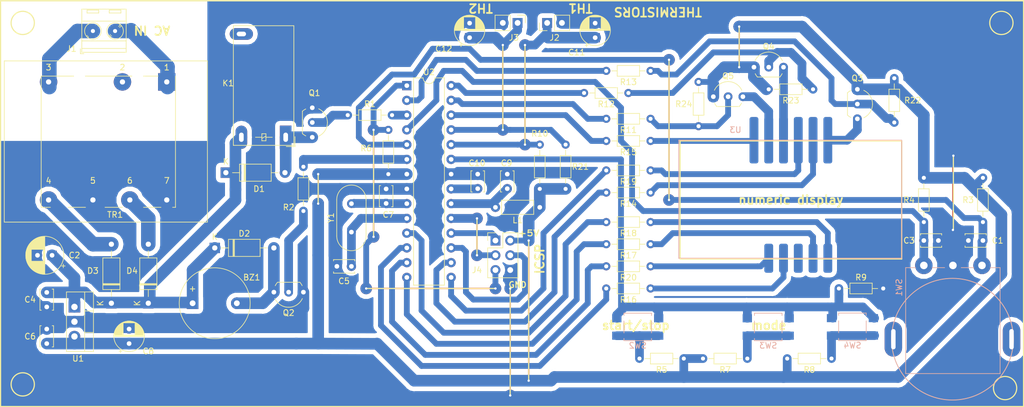
<source format=kicad_pcb>
(kicad_pcb (version 20171130) (host pcbnew 5.0.0-rc2-dev-unknown-5d71153~64)
  (title_block (title "Thermostat board") (rev 1.0))
  (layers (0 F.Cu signal) (31 B.Cu signal) (34 B.Paste user) (35 F.Paste user) (36 B.SilkS user) (37 F.SilkS user) (38 B.Mask user) (39 F.Mask user) (44 Edge.Cuts user))
  (net 0 "")
  (net 1 VDD)
  (net 2 "Net-(BZ1-Pad2)")
  (net 3 /ENCODER_B)
  (net 4 GND)
  (net 5 /ENCODER_A)
  (net 6 "Net-(C5-Pad1)")
  (net 7 +5V)
  (net 8 "Net-(C7-Pad1)")
  (net 9 "Net-(C9-Pad1)")
  (net 10 "Net-(C10-Pad1)")
  (net 11 "Net-(D1-Pad2)")
  (net 12 "Net-(D3-Pad2)")
  (net 13 "Net-(D4-Pad2)")
  (net 14 "Net-(J1-Pad2)")
  (net 15 "Net-(J1-Pad1)")
  (net 16 /SENSOR1)
  (net 17 /SENSOR2)
  (net 18 /MISO)
  (net 19 /SCK)
  (net 20 /MOSI)
  (net 21 /RESET)
  (net 22 "Net-(Q1-Pad2)")
  (net 23 "Net-(Q2-Pad2)")
  (net 24 "Net-(Q3-Pad2)")
  (net 25 "Net-(Q3-Pad3)")
  (net 26 "Net-(Q4-Pad3)")
  (net 27 "Net-(Q4-Pad2)")
  (net 28 "Net-(Q5-Pad2)")
  (net 29 "Net-(Q5-Pad3)")
  (net 30 /RELAY)
  (net 31 /BUZZER)
  (net 32 "Net-(R5-Pad1)")
  (net 33 "Net-(R7-Pad1)")
  (net 34 "Net-(R8-Pad1)")
  (net 35 /KEYS)
  (net 36 /DIGIT3)
  (net 37 /DIGIT2)
  (net 38 /DIGIT1)
  (net 39 /DIGIT_A)
  (net 40 "Net-(R14-Pad1)")
  (net 41 "Net-(R15-Pad1)")
  (net 42 /DIGIT_B)
  (net 43 /DIGIT_C)
  (net 44 "Net-(R16-Pad1)")
  (net 45 "Net-(R17-Pad1)")
  (net 46 /DIGIT_D)
  (net 47 /DIGIT_E)
  (net 48 "Net-(R18-Pad1)")
  (net 49 "Net-(R19-Pad1)")
  (net 50 /DIGIT_F)
  (net 51 "Net-(R20-Pad1)")
  (net 52 /DIGIT_G)
  (net 53 "Net-(U3-Pad9)")
  (net 54 "Net-(TR1-Pad2)")
  (module custom_fp:3digit11pin (layer B.Cu) (at 209.55 74.168 180)
    (fp_text reference U3 (at 15.875 1.778 180) (layer B.SilkS) (effects (justify mirror)))
    (fp_text value 3digit11pin)
    (pad 11 smd roundrect (at 10.16 -20.32 180) (size 1.524 5) (layers B.Cu B.Paste B.Mask) (net 51 "Net-(R20-Pad1)"))
    (pad 10 smd roundrect (at 7.62 -20.32 180) (size 1.524 5) (layers B.Cu B.Paste B.Mask) (net 44 "Net-(R16-Pad1)"))
    (pad 9 smd roundrect (at 5.08 -20.32 180) (size 1.524 5) (layers B.Cu B.Paste B.Mask) (net 53 "Net-(U3-Pad9)"))
    (pad 8 smd roundrect (at 2.54 -20.32 180) (size 1.524 5) (layers B.Cu B.Paste B.Mask) (net 45 "Net-(R17-Pad1)"))
    (pad 7 smd roundrect (at 0 -20.32 180) (size 1.524 5) (layers B.Cu B.Paste B.Mask) (net 48 "Net-(R18-Pad1)"))
    (pad 6 smd roundrect (at 12.7 0 180) (size 1.524 8) (layers B.Cu B.Paste B.Mask) (net 41 "Net-(R15-Pad1)"))
    (pad 5 smd roundrect (at 10.16 0 180) (size 1.524 8) (layers B.Cu B.Paste B.Mask) (net 29 "Net-(Q5-Pad3)"))
    (pad 4 smd roundrect (at 7.62 0 180) (size 1.524 8) (layers B.Cu B.Paste B.Mask) (net 26 "Net-(Q4-Pad3)"))
    (pad 3 smd roundrect (at 5.08 0 180) (size 1.524 8) (layers B.Cu B.Paste B.Mask) (net 49 "Net-(R19-Pad1)"))
    (pad 1 smd roundrect (at 0 0 180) (size 1.524 8) (layers B.Cu B.Paste B.Mask) (net 25 "Net-(Q3-Pad3)"))
    (pad 2 smd roundrect (at 2.54 0 180) (size 1.524 8) (layers B.Cu B.Paste B.Mask) (net 40 "Net-(R14-Pad1)"))
  )
  (module custom_fp:Transformer_7pin (layer F.Cu) (at 95.885 64.135 180)
    (fp_text reference TR1 (at 8.89 -22.86 180) (layer F.SilkS))
    (fp_text value dmr-63)
    (fp_text user 1 (at 0 2.5 180) (layer F.SilkS))
    (fp_text user 2 (at 7.62 2.5 180) (layer F.SilkS))
    (fp_text user 3 (at 20.32 2.5 180) (layer F.SilkS))
    (fp_text user 4 (at 20.32 -17.018 180) (layer F.SilkS))
    (fp_text user 5 (at 12.7 -17 180) (layer F.SilkS))
    (fp_text user 6 (at 6.35 -17 180) (layer F.SilkS))
    (fp_text user 7 (at 0 -17 180) (layer F.SilkS))
    (pad 7 thru_hole circle (at 0 -20.32 180) (size 3 3) (drill 0.9) (layers *.Cu *.Mask) (net 4 GND))
    (pad 6 thru_hole circle (at 6.35 -20.32 180) (size 3 3) (drill 0.9) (layers *.Cu *.Mask) (net 13 "Net-(D4-Pad2)"))
    (pad 5 thru_hole circle (at 12.7 -20.32 180) (size 3 3) (drill 0.9) (layers *.Cu *.Mask) (net 4 GND))
    (pad 4 thru_hole circle (at 20.32 -20.32 180) (size 3 3) (drill 0.9) (layers *.Cu *.Mask) (net 12 "Net-(D3-Pad2)"))
    (pad 3 thru_hole circle (at 20.32 0 180) (size 3 3) (drill 0.9) (layers *.Cu *.Mask) (net 15 "Net-(J1-Pad1)"))
    (pad 2 thru_hole circle (at 7.62 0 180) (size 3 3) (drill 0.9) (layers *.Cu *.Mask) (net 54 "Net-(TR1-Pad2)"))
    (pad 1 thru_hole rect (at 0 0 180) (size 3 3) (drill 0.9) (layers *.Cu *.Mask) (net 14 "Net-(J1-Pad2)"))
  )
  (module custom_fp:Encoder_Vertical (layer B.Cu) (at 236.06 95.725133 270)
    (fp_text reference SW1 (at 3.81 14.25 270) (layer B.SilkS) (effects (justify mirror)))
    (fp_text value Rotary_Encoder)
    (pad 0 thru_hole oval (at 12.7 -5.08 270) (size 6 3) (drill oval 3.5 0.762) (layers *.Cu *.Mask))
    (pad 0 thru_hole oval (at 12.7 15.24 270) (size 6 3) (drill oval 3.5 0.762) (layers *.Cu *.Mask))
    (pad B thru_hole circle (at 0 0 270) (size 3 3) (drill 1.3) (layers *.Cu *.Mask) (net 3 /ENCODER_B))
    (pad C thru_hole circle (at 0 5 270) (size 3 3) (drill 1.3) (layers *.Cu *.Mask) (net 4 GND))
    (pad A thru_hole circle (at 0 10 270) (size 3 3) (drill 1.3) (layers *.Cu *.Mask) (net 5 /ENCODER_A))
  )
  (module custom_fp:Relay_Omron (layer F.Cu) (at 116.332 73.66 90)
    (fp_text reference K1 (at 9.3 -9.9 180) (layer F.SilkS))
    (fp_text value FRT5_separated)
    (pad 1 thru_hole oval (at 0 -7.62 180) (size 2 4) (drill oval 0.8 1.6) (layers *.Cu *.Mask) (net 1 VDD))
    (pad 10 thru_hole rect (at 0 0 180) (size 2 4) (drill oval 0.8 1.6) (layers *.Cu *.Mask) (net 11 "Net-(D1-Pad2)"))
    (pad 24 thru_hole oval (at 17.78 -7.62 270) (size 2 4) (drill oval 0.8 1.6) (layers *.Cu *.Mask))
  )
  (module Buzzer_Beeper:Buzzer_12x9.5RM7.6 (layer F.Cu) (at 100.33 102.235)
    (fp_text reference BZ1 (at 10.16 -4.445) (layer F.SilkS))
    (fp_text value Buzzer)
    (fp_text user + (at -0.01 -2.54) (layer F.SilkS))
    (pad 1 thru_hole rect (at 0 0) (size 2 2) (drill 1) (layers *.Cu *.Mask) (net 1 VDD))
    (pad 2 thru_hole circle (at 7.6 0) (size 2 2) (drill 1) (layers *.Cu *.Mask) (net 2 "Net-(BZ1-Pad2)"))
  )
  (module Capacitor_THT:C_Disc_D3.4mm_W2.1mm_P2.50mm (layer F.Cu) (at 236.22 91.44 180)
    (fp_text reference C1 (at -2.54 0 180) (layer F.SilkS))
    (fp_text value 100nF)
    (pad 2 thru_hole circle (at 2.5 0 180) (size 1.6 1.6) (drill 0.8) (layers *.Cu *.Mask) (net 4 GND))
    (pad 1 thru_hole circle (at 0 0 180) (size 1.6 1.6) (drill 0.8) (layers *.Cu *.Mask) (net 3 /ENCODER_B))
  )
  (module Capacitor_THT:C_Disc_D3.4mm_W2.1mm_P2.50mm (layer F.Cu) (at 226.06 91.44)
    (fp_text reference C3 (at -2.54 0) (layer F.SilkS))
    (fp_text value 100nF)
    (pad 1 thru_hole circle (at 0 0) (size 1.6 1.6) (drill 0.8) (layers *.Cu *.Mask) (net 5 /ENCODER_A))
    (pad 2 thru_hole circle (at 2.5 0) (size 1.6 1.6) (drill 0.8) (layers *.Cu *.Mask) (net 4 GND))
  )
  (module Capacitor_THT:C_Disc_D3.4mm_W2.1mm_P2.50mm (layer F.Cu) (at 75.248616 100.37 270)
    (fp_text reference C4 (at 1.23 2.858616) (layer F.SilkS))
    (fp_text value 100nF)
    (pad 1 thru_hole circle (at 0 0 270) (size 1.6 1.6) (drill 0.8) (layers *.Cu *.Mask) (net 1 VDD))
    (pad 2 thru_hole circle (at 2.5 0 270) (size 1.6 1.6) (drill 0.8) (layers *.Cu *.Mask) (net 4 GND))
  )
  (module Capacitor_THT:C_Disc_D3.4mm_W2.1mm_P2.50mm (layer F.Cu) (at 127.635 95.885 180)
    (fp_text reference C5 (at 1.27 -2.54 180) (layer F.SilkS))
    (fp_text value 22pF)
    (pad 2 thru_hole circle (at 2.5 0 180) (size 1.6 1.6) (drill 0.8) (layers *.Cu *.Mask) (net 4 GND))
    (pad 1 thru_hole circle (at 0 0 180) (size 1.6 1.6) (drill 0.8) (layers *.Cu *.Mask) (net 6 "Net-(C5-Pad1)"))
  )
  (module Capacitor_THT:C_Disc_D3.4mm_W2.1mm_P2.50mm (layer F.Cu) (at 75.248616 109.18 90)
    (fp_text reference C6 (at 1.23 -2.858616 180) (layer F.SilkS))
    (fp_text value 100nF)
    (pad 1 thru_hole circle (at 0 0 90) (size 1.6 1.6) (drill 0.8) (layers *.Cu *.Mask) (net 7 +5V))
    (pad 2 thru_hole circle (at 2.5 0 90) (size 1.6 1.6) (drill 0.8) (layers *.Cu *.Mask) (net 4 GND))
  )
  (module Capacitor_THT:C_Disc_D3.4mm_W2.1mm_P2.50mm (layer F.Cu) (at 133.604 85.05 90)
    (fp_text reference C7 (at -1.945 0.381 180) (layer F.SilkS))
    (fp_text value 22pF)
    (pad 1 thru_hole circle (at 0 0 90) (size 1.6 1.6) (drill 0.8) (layers *.Cu *.Mask) (net 8 "Net-(C7-Pad1)"))
    (pad 2 thru_hole circle (at 2.5 0 90) (size 1.6 1.6) (drill 0.8) (layers *.Cu *.Mask) (net 4 GND))
  )
  (module Capacitor_THT:C_Disc_D3.4mm_W2.1mm_P2.50mm (layer F.Cu) (at 154.432 82.51 90)
    (fp_text reference C9 (at 4.405 -0.127 180) (layer F.SilkS))
    (fp_text value 100nF)
    (pad 2 thru_hole circle (at 2.5 0 90) (size 1.6 1.6) (drill 0.8) (layers *.Cu *.Mask) (net 4 GND))
    (pad 1 thru_hole circle (at 0 0 90) (size 1.6 1.6) (drill 0.8) (layers *.Cu *.Mask) (net 9 "Net-(C9-Pad1)"))
  )
  (module Capacitor_THT:C_Disc_D3.4mm_W2.1mm_P2.50mm (layer F.Cu) (at 149.352 82.51 90)
    (fp_text reference C10 (at 4.405 -0.127 180) (layer F.SilkS))
    (fp_text value 100nF)
    (pad 2 thru_hole circle (at 2.5 0 90) (size 1.6 1.6) (drill 0.8) (layers *.Cu *.Mask) (net 4 GND))
    (pad 1 thru_hole circle (at 0 0 90) (size 1.6 1.6) (drill 0.8) (layers *.Cu *.Mask) (net 10 "Net-(C10-Pad1)"))
  )
  (module Diode_THT:D_A-405_P10.16mm_Horizontal (layer F.Cu) (at 106.045 79.756)
    (fp_text reference D1 (at 5.715 2.794) (layer F.SilkS))
    (fp_text value D)
    (fp_text user K (at 0 -1.9) (layer F.SilkS))
    (pad 1 thru_hole rect (at 0 0) (size 1.8 1.8) (drill 0.9) (layers *.Cu *.Mask) (net 1 VDD))
    (pad 2 thru_hole oval (at 10.16 0) (size 1.8 1.8) (drill 0.9) (layers *.Cu *.Mask) (net 11 "Net-(D1-Pad2)"))
  )
  (module Diode_THT:D_A-405_P10.16mm_Horizontal (layer F.Cu) (at 104.14 92.71)
    (fp_text reference D2 (at 5.08 -2.47) (layer F.SilkS))
    (fp_text value D)
    (fp_text user K (at 0 -1.9) (layer F.SilkS))
    (pad 2 thru_hole oval (at 10.16 0) (size 1.8 1.8) (drill 0.9) (layers *.Cu *.Mask) (net 2 "Net-(BZ1-Pad2)"))
    (pad 1 thru_hole rect (at 0 0) (size 1.8 1.8) (drill 0.9) (layers *.Cu *.Mask) (net 1 VDD))
  )
  (module Diode_THT:D_A-405_P10.16mm_Horizontal (layer F.Cu) (at 86.36 102.235 90)
    (fp_text reference D3 (at 5.588 -3.175 180) (layer F.SilkS))
    (fp_text value D)
    (fp_text user K (at 0 -1.9 90) (layer F.SilkS))
    (pad 2 thru_hole oval (at 10.16 0 90) (size 1.8 1.8) (drill 0.9) (layers *.Cu *.Mask) (net 12 "Net-(D3-Pad2)"))
    (pad 1 thru_hole rect (at 0 0 90) (size 1.8 1.8) (drill 0.9) (layers *.Cu *.Mask) (net 1 VDD))
  )
  (module Diode_THT:D_A-405_P10.16mm_Horizontal (layer F.Cu) (at 92.71 102.235 90)
    (fp_text reference D4 (at 5.588 -2.794 180) (layer F.SilkS))
    (fp_text value D)
    (fp_text user K (at 0 -1.9 90) (layer F.SilkS))
    (pad 1 thru_hole rect (at 0 0 90) (size 1.8 1.8) (drill 0.9) (layers *.Cu *.Mask) (net 1 VDD))
    (pad 2 thru_hole oval (at 10.16 0 90) (size 1.8 1.8) (drill 0.9) (layers *.Cu *.Mask) (net 13 "Net-(D4-Pad2)"))
  )
  (module Connector_PinHeader_2.54mm:PinHeader_1x02_P2.54mm_Vertical (layer F.Cu) (at 161.29 53.975 90)
    (fp_text reference J2 (at -2.54 1.27) (layer F.SilkS))
    (fp_text value THERMISTOR1)
    (pad 1 thru_hole rect (at 0 0 90) (size 1.7 1.7) (drill 1) (layers *.Cu *.Mask) (net 16 /SENSOR1))
    (pad 2 thru_hole oval (at 0 2.54 90) (size 1.7 1.7) (drill 1) (layers *.Cu *.Mask) (net 4 GND))
  )
  (module Connector_PinHeader_2.54mm:PinHeader_1x02_P2.54mm_Vertical (layer F.Cu) (at 156.21 53.975 270)
    (fp_text reference J3 (at 2.54 0.635) (layer F.SilkS))
    (fp_text value THERMISTOR2)
    (pad 1 thru_hole rect (at 0 0 270) (size 1.7 1.7) (drill 1) (layers *.Cu *.Mask) (net 17 /SENSOR2))
    (pad 2 thru_hole oval (at 0 2.54 270) (size 1.7 1.7) (drill 1) (layers *.Cu *.Mask) (net 4 GND))
  )
  (module Connector_PinHeader_2.54mm:PinHeader_2x03_P2.54mm_Vertical (layer F.Cu) (at 152.4 91.44)
    (fp_text reference J4 (at -3.175 5.08) (layer F.SilkS))
    (fp_text value AVR_ICSP)
    (pad 1 thru_hole rect (at 0 0) (size 1.7 1.7) (drill 1) (layers *.Cu *.Mask) (net 18 /MISO))
    (pad 2 thru_hole oval (at 2.54 0) (size 1.7 1.7) (drill 1) (layers *.Cu *.Mask) (net 7 +5V))
    (pad 3 thru_hole oval (at 0 2.54) (size 1.7 1.7) (drill 1) (layers *.Cu *.Mask) (net 19 /SCK))
    (pad 4 thru_hole oval (at 2.54 2.54) (size 1.7 1.7) (drill 1) (layers *.Cu *.Mask) (net 20 /MOSI))
    (pad 5 thru_hole oval (at 0 5.08) (size 1.7 1.7) (drill 1) (layers *.Cu *.Mask) (net 21 /RESET))
    (pad 6 thru_hole oval (at 2.54 5.08) (size 1.7 1.7) (drill 1) (layers *.Cu *.Mask) (net 4 GND))
  )
  (module Inductor_THT:L_Axial_L5.3mm_D2.2mm_P7.62mm_Horizontal_Vishay_IM-1 (layer F.Cu) (at 160.02 85.725 180)
    (fp_text reference L1 (at 3.81 -2.22 180) (layer F.SilkS))
    (fp_text value L)
    (pad 1 thru_hole circle (at 0 0 180) (size 1.6 1.6) (drill 0.8) (layers *.Cu *.Mask) (net 7 +5V))
    (pad 2 thru_hole oval (at 7.62 0 180) (size 1.6 1.6) (drill 0.8) (layers *.Cu *.Mask) (net 9 "Net-(C9-Pad1)"))
  )
  (module Package_TO_SOT_THT:TO-92L_Inline_Wide (layer F.Cu) (at 120.904 68.58 270)
    (fp_text reference Q1 (at -2.54 -0.381) (layer F.SilkS))
    (fp_text value S9013)
    (pad 2 thru_hole circle (at 2.54 0) (size 1.5 1.5) (drill 0.8) (layers *.Cu *.Mask) (net 22 "Net-(Q1-Pad2)"))
    (pad 3 thru_hole circle (at 5.08 0) (size 1.5 1.5) (drill 0.8) (layers *.Cu *.Mask) (net 11 "Net-(D1-Pad2)"))
    (pad 1 thru_hole rect (at 0 0) (size 1.5 1.5) (drill 0.8) (layers *.Cu *.Mask) (net 4 GND))
  )
  (module Package_TO_SOT_THT:TO-92L_Inline_Wide (layer F.Cu) (at 119.38 100.33 180)
    (fp_text reference Q2 (at 2.54 -3.56 180) (layer F.SilkS))
    (fp_text value S9013)
    (pad 1 thru_hole rect (at 0 0 270) (size 1.5 1.5) (drill 0.8) (layers *.Cu *.Mask) (net 4 GND))
    (pad 3 thru_hole circle (at 5.08 0 270) (size 1.5 1.5) (drill 0.8) (layers *.Cu *.Mask) (net 2 "Net-(BZ1-Pad2)"))
    (pad 2 thru_hole circle (at 2.54 0 270) (size 1.5 1.5) (drill 0.8) (layers *.Cu *.Mask) (net 23 "Net-(Q2-Pad2)"))
  )
  (module Package_TO_SOT_THT:TO-92L_Inline_Wide (layer F.Cu) (at 214.63 65.405 270)
    (fp_text reference Q3 (at -1.905 0) (layer F.SilkS))
    (fp_text value S9015)
    (pad 2 thru_hole circle (at 2.54 0) (size 1.5 1.5) (drill 0.8) (layers *.Cu *.Mask) (net 24 "Net-(Q3-Pad2)"))
    (pad 3 thru_hole circle (at 5.08 0) (size 1.5 1.5) (drill 0.8) (layers *.Cu *.Mask) (net 25 "Net-(Q3-Pad3)"))
    (pad 1 thru_hole rect (at 0 0) (size 1.5 1.5) (drill 0.8) (layers *.Cu *.Mask) (net 7 +5V))
  )
  (module Package_TO_SOT_THT:TO-92L_Inline_Wide (layer F.Cu) (at 196.85 61.595)
    (fp_text reference Q4 (at 2.54 -3.56) (layer F.SilkS))
    (fp_text value S9015)
    (pad 1 thru_hole rect (at 0 0 90) (size 1.5 1.5) (drill 0.8) (layers *.Cu *.Mask) (net 7 +5V))
    (pad 3 thru_hole circle (at 5.08 0 90) (size 1.5 1.5) (drill 0.8) (layers *.Cu *.Mask) (net 26 "Net-(Q4-Pad3)"))
    (pad 2 thru_hole circle (at 2.54 0 90) (size 1.5 1.5) (drill 0.8) (layers *.Cu *.Mask) (net 27 "Net-(Q4-Pad2)"))
  )
  (module Package_TO_SOT_THT:TO-92L_Inline_Wide (layer F.Cu) (at 189.865 66.675)
    (fp_text reference Q5 (at 2.54 -3.56) (layer F.SilkS))
    (fp_text value S9015)
    (pad 2 thru_hole circle (at 2.54 0 90) (size 1.5 1.5) (drill 0.8) (layers *.Cu *.Mask) (net 28 "Net-(Q5-Pad2)"))
    (pad 3 thru_hole circle (at 5.08 0 90) (size 1.5 1.5) (drill 0.8) (layers *.Cu *.Mask) (net 29 "Net-(Q5-Pad3)"))
    (pad 1 thru_hole rect (at 0 0 90) (size 1.5 1.5) (drill 0.8) (layers *.Cu *.Mask) (net 7 +5V))
  )
  (module Resistor_THT:R_Axial_DIN0204_L3.6mm_D1.6mm_P7.62mm_Horizontal (layer F.Cu) (at 127 69.85)
    (fp_text reference R1 (at 3.81 -1.92) (layer F.SilkS))
    (fp_text value 4k7)
    (pad 2 thru_hole oval (at 7.62 0) (size 1.4 1.4) (drill 0.7) (layers *.Cu *.Mask) (net 30 /RELAY))
    (pad 1 thru_hole circle (at 0 0) (size 1.4 1.4) (drill 0.7) (layers *.Cu *.Mask) (net 22 "Net-(Q1-Pad2)"))
  )
  (module Resistor_THT:R_Axial_DIN0204_L3.6mm_D1.6mm_P7.62mm_Horizontal (layer F.Cu) (at 119.38 86.36 90)
    (fp_text reference R2 (at 0.635 -2.54 180) (layer F.SilkS))
    (fp_text value 4k7)
    (pad 2 thru_hole oval (at 7.62 0 90) (size 1.4 1.4) (drill 0.7) (layers *.Cu *.Mask) (net 31 /BUZZER))
    (pad 1 thru_hole circle (at 0 0 90) (size 1.4 1.4) (drill 0.7) (layers *.Cu *.Mask) (net 23 "Net-(Q2-Pad2)"))
  )
  (module Resistor_THT:R_Axial_DIN0204_L3.6mm_D1.6mm_P7.62mm_Horizontal (layer F.Cu) (at 236.22 88.265 90)
    (fp_text reference R3 (at 3.81 -2.54 180) (layer F.SilkS))
    (fp_text value 10k)
    (pad 2 thru_hole oval (at 7.62 0 90) (size 1.4 1.4) (drill 0.7) (layers *.Cu *.Mask) (net 7 +5V))
    (pad 1 thru_hole circle (at 0 0 90) (size 1.4 1.4) (drill 0.7) (layers *.Cu *.Mask) (net 3 /ENCODER_B))
  )
  (module Resistor_THT:R_Axial_DIN0204_L3.6mm_D1.6mm_P7.62mm_Horizontal (layer F.Cu) (at 226.06 88.265 90)
    (fp_text reference R4 (at 3.81 -2.54 180) (layer F.SilkS))
    (fp_text value 10k)
    (pad 1 thru_hole circle (at 0 0 90) (size 1.4 1.4) (drill 0.7) (layers *.Cu *.Mask) (net 5 /ENCODER_A))
    (pad 2 thru_hole oval (at 7.62 0 90) (size 1.4 1.4) (drill 0.7) (layers *.Cu *.Mask) (net 7 +5V))
  )
  (module Resistor_THT:R_Axial_DIN0204_L3.6mm_D1.6mm_P7.62mm_Horizontal (layer F.Cu) (at 177.165 111.76)
    (fp_text reference R5 (at 3.81 1.905) (layer F.SilkS))
    (fp_text value 10k)
    (pad 1 thru_hole circle (at 0 0) (size 1.4 1.4) (drill 0.7) (layers *.Cu *.Mask) (net 32 "Net-(R5-Pad1)"))
    (pad 2 thru_hole oval (at 7.62 0) (size 1.4 1.4) (drill 0.7) (layers *.Cu *.Mask) (net 7 +5V))
  )
  (module Resistor_THT:R_Axial_DIN0204_L3.6mm_D1.6mm_P7.62mm_Horizontal (layer F.Cu) (at 133.985 80.01 90)
    (fp_text reference R6 (at 4.445 -3.81 180) (layer F.SilkS))
    (fp_text value 10k)
    (pad 2 thru_hole oval (at 7.62 0 90) (size 1.4 1.4) (drill 0.7) (layers *.Cu *.Mask) (net 21 /RESET))
    (pad 1 thru_hole circle (at 0 0 90) (size 1.4 1.4) (drill 0.7) (layers *.Cu *.Mask) (net 7 +5V))
  )
  (module Resistor_THT:R_Axial_DIN0204_L3.6mm_D1.6mm_P7.62mm_Horizontal (layer F.Cu) (at 195.707 111.76 180)
    (fp_text reference R7 (at 3.81 -1.92 180) (layer F.SilkS))
    (fp_text value 22k)
    (pad 2 thru_hole oval (at 7.62 0 180) (size 1.4 1.4) (drill 0.7) (layers *.Cu *.Mask) (net 7 +5V))
    (pad 1 thru_hole circle (at 0 0 180) (size 1.4 1.4) (drill 0.7) (layers *.Cu *.Mask) (net 33 "Net-(R7-Pad1)"))
  )
  (module Resistor_THT:R_Axial_DIN0204_L3.6mm_D1.6mm_P7.62mm_Horizontal (layer F.Cu) (at 210.185 111.76 180)
    (fp_text reference R8 (at 3.81 -1.92 180) (layer F.SilkS))
    (fp_text value 47k)
    (pad 1 thru_hole circle (at 0 0 180) (size 1.4 1.4) (drill 0.7) (layers *.Cu *.Mask) (net 34 "Net-(R8-Pad1)"))
    (pad 2 thru_hole oval (at 7.62 0 180) (size 1.4 1.4) (drill 0.7) (layers *.Cu *.Mask) (net 7 +5V))
  )
  (module Resistor_THT:R_Axial_DIN0204_L3.6mm_D1.6mm_P7.62mm_Horizontal (layer F.Cu) (at 219.075 99.695 180)
    (fp_text reference R9 (at 3.81 1.905 180) (layer F.SilkS))
    (fp_text value 100k)
    (pad 2 thru_hole oval (at 7.62 0 180) (size 1.4 1.4) (drill 0.7) (layers *.Cu *.Mask) (net 35 /KEYS))
    (pad 1 thru_hole circle (at 0 0 180) (size 1.4 1.4) (drill 0.7) (layers *.Cu *.Mask) (net 4 GND))
  )
  (module Resistor_THT:R_Axial_DIN0204_L3.6mm_D1.6mm_P7.62mm_Horizontal (layer F.Cu) (at 160.02 82.55 90)
    (fp_text reference R10 (at 9.525 0 180) (layer F.SilkS))
    (fp_text value 4.7k)
    (pad 1 thru_hole circle (at 0 0 90) (size 1.4 1.4) (drill 0.7) (layers *.Cu *.Mask) (net 7 +5V))
    (pad 2 thru_hole oval (at 7.62 0 90) (size 1.4 1.4) (drill 0.7) (layers *.Cu *.Mask) (net 16 /SENSOR1))
  )
  (module Resistor_THT:R_Axial_DIN0204_L3.6mm_D1.6mm_P7.62mm_Horizontal (layer F.Cu) (at 179.07 70.485 180)
    (fp_text reference R11 (at 3.81 -1.92 180) (layer F.SilkS))
    (fp_text value 3k3)
    (pad 2 thru_hole oval (at 7.62 0 180) (size 1.4 1.4) (drill 0.7) (layers *.Cu *.Mask) (net 36 /DIGIT3))
    (pad 1 thru_hole circle (at 0 0 180) (size 1.4 1.4) (drill 0.7) (layers *.Cu *.Mask) (net 28 "Net-(Q5-Pad2)"))
  )
  (module Resistor_THT:R_Axial_DIN0204_L3.6mm_D1.6mm_P7.62mm_Horizontal (layer F.Cu) (at 175.26 66.04 180)
    (fp_text reference R12 (at 3.81 -1.92 180) (layer F.SilkS))
    (fp_text value 3k3)
    (pad 1 thru_hole circle (at 0 0 180) (size 1.4 1.4) (drill 0.7) (layers *.Cu *.Mask) (net 27 "Net-(Q4-Pad2)"))
    (pad 2 thru_hole oval (at 7.62 0 180) (size 1.4 1.4) (drill 0.7) (layers *.Cu *.Mask) (net 37 /DIGIT2))
  )
  (module Resistor_THT:R_Axial_DIN0204_L3.6mm_D1.6mm_P7.62mm_Horizontal (layer F.Cu) (at 179.07 62.23 180)
    (fp_text reference R13 (at 3.81 -1.92 180) (layer F.SilkS))
    (fp_text value 3k3)
    (pad 2 thru_hole oval (at 7.62 0 180) (size 1.4 1.4) (drill 0.7) (layers *.Cu *.Mask) (net 38 /DIGIT1))
    (pad 1 thru_hole circle (at 0 0 180) (size 1.4 1.4) (drill 0.7) (layers *.Cu *.Mask) (net 24 "Net-(Q3-Pad2)"))
  )
  (module Resistor_THT:R_Axial_DIN0204_L3.6mm_D1.6mm_P7.62mm_Horizontal (layer F.Cu) (at 179.07 83.185 180)
    (fp_text reference R14 (at 3.81 -1.92 180) (layer F.SilkS))
    (fp_text value 330)
    (pad 2 thru_hole oval (at 7.62 0 180) (size 1.4 1.4) (drill 0.7) (layers *.Cu *.Mask) (net 39 /DIGIT_A))
    (pad 1 thru_hole circle (at 0 0 180) (size 1.4 1.4) (drill 0.7) (layers *.Cu *.Mask) (net 40 "Net-(R14-Pad1)"))
  )
  (module Resistor_THT:R_Axial_DIN0204_L3.6mm_D1.6mm_P7.62mm_Horizontal (layer F.Cu) (at 179.07 74.295 180)
    (fp_text reference R15 (at 3.81 -1.92 180) (layer F.SilkS))
    (fp_text value 330)
    (pad 1 thru_hole circle (at 0 0 180) (size 1.4 1.4) (drill 0.7) (layers *.Cu *.Mask) (net 41 "Net-(R15-Pad1)"))
    (pad 2 thru_hole oval (at 7.62 0 180) (size 1.4 1.4) (drill 0.7) (layers *.Cu *.Mask) (net 42 /DIGIT_B))
  )
  (module Resistor_THT:R_Axial_DIN0204_L3.6mm_D1.6mm_P7.62mm_Horizontal (layer F.Cu) (at 179.07 99.695 180)
    (fp_text reference R16 (at 3.81 -1.92 180) (layer F.SilkS))
    (fp_text value 330)
    (pad 2 thru_hole oval (at 7.62 0 180) (size 1.4 1.4) (drill 0.7) (layers *.Cu *.Mask) (net 43 /DIGIT_C))
    (pad 1 thru_hole circle (at 0 0 180) (size 1.4 1.4) (drill 0.7) (layers *.Cu *.Mask) (net 44 "Net-(R16-Pad1)"))
  )
  (module Resistor_THT:R_Axial_DIN0204_L3.6mm_D1.6mm_P7.62mm_Horizontal (layer F.Cu) (at 179.07 92.075 180)
    (fp_text reference R17 (at 3.81 -1.92 180) (layer F.SilkS))
    (fp_text value 330)
    (pad 1 thru_hole circle (at 0 0 180) (size 1.4 1.4) (drill 0.7) (layers *.Cu *.Mask) (net 45 "Net-(R17-Pad1)"))
    (pad 2 thru_hole oval (at 7.62 0 180) (size 1.4 1.4) (drill 0.7) (layers *.Cu *.Mask) (net 46 /DIGIT_D))
  )
  (module Resistor_THT:R_Axial_DIN0204_L3.6mm_D1.6mm_P7.62mm_Horizontal (layer F.Cu) (at 179.07 88.265 180)
    (fp_text reference R18 (at 3.81 -1.92 180) (layer F.SilkS))
    (fp_text value 330)
    (pad 2 thru_hole oval (at 7.62 0 180) (size 1.4 1.4) (drill 0.7) (layers *.Cu *.Mask) (net 47 /DIGIT_E))
    (pad 1 thru_hole circle (at 0 0 180) (size 1.4 1.4) (drill 0.7) (layers *.Cu *.Mask) (net 48 "Net-(R18-Pad1)"))
  )
  (module Resistor_THT:R_Axial_DIN0204_L3.6mm_D1.6mm_P7.62mm_Horizontal (layer F.Cu) (at 179.07 79.375 180)
    (fp_text reference R19 (at 3.81 -1.92 180) (layer F.SilkS))
    (fp_text value 330)
    (pad 1 thru_hole circle (at 0 0 180) (size 1.4 1.4) (drill 0.7) (layers *.Cu *.Mask) (net 49 "Net-(R19-Pad1)"))
    (pad 2 thru_hole oval (at 7.62 0 180) (size 1.4 1.4) (drill 0.7) (layers *.Cu *.Mask) (net 50 /DIGIT_F))
  )
  (module Resistor_THT:R_Axial_DIN0204_L3.6mm_D1.6mm_P7.62mm_Horizontal (layer F.Cu) (at 179.07 95.885 180)
    (fp_text reference R20 (at 3.81 -1.92 180) (layer F.SilkS))
    (fp_text value 330)
    (pad 1 thru_hole circle (at 0 0 180) (size 1.4 1.4) (drill 0.7) (layers *.Cu *.Mask) (net 51 "Net-(R20-Pad1)"))
    (pad 2 thru_hole oval (at 7.62 0 180) (size 1.4 1.4) (drill 0.7) (layers *.Cu *.Mask) (net 52 /DIGIT_G))
  )
  (module Resistor_THT:R_Axial_DIN0204_L3.6mm_D1.6mm_P7.62mm_Horizontal (layer F.Cu) (at 164.465 82.55 90)
    (fp_text reference R21 (at 3.81 2.54 180) (layer F.SilkS))
    (fp_text value 4.7k)
    (pad 1 thru_hole circle (at 0 0 90) (size 1.4 1.4) (drill 0.7) (layers *.Cu *.Mask) (net 7 +5V))
    (pad 2 thru_hole oval (at 7.62 0 90) (size 1.4 1.4) (drill 0.7) (layers *.Cu *.Mask) (net 17 /SENSOR2))
  )
  (module Resistor_THT:R_Axial_DIN0204_L3.6mm_D1.6mm_P7.62mm_Horizontal (layer F.Cu) (at 220.98 71.12 90)
    (fp_text reference R22 (at 3.81 3.175 180) (layer F.SilkS))
    (fp_text value 3k3)
    (pad 1 thru_hole circle (at 0 0 90) (size 1.4 1.4) (drill 0.7) (layers *.Cu *.Mask) (net 24 "Net-(Q3-Pad2)"))
    (pad 2 thru_hole oval (at 7.62 0 90) (size 1.4 1.4) (drill 0.7) (layers *.Cu *.Mask) (net 7 +5V))
  )
  (module Resistor_THT:R_Axial_DIN0204_L3.6mm_D1.6mm_P7.62mm_Horizontal (layer F.Cu) (at 207.01 65.405 180)
    (fp_text reference R23 (at 3.81 -1.92 180) (layer F.SilkS))
    (fp_text value 3k3)
    (pad 2 thru_hole oval (at 7.62 0 180) (size 1.4 1.4) (drill 0.7) (layers *.Cu *.Mask) (net 7 +5V))
    (pad 1 thru_hole circle (at 0 0 180) (size 1.4 1.4) (drill 0.7) (layers *.Cu *.Mask) (net 27 "Net-(Q4-Pad2)"))
  )
  (module Resistor_THT:R_Axial_DIN0204_L3.6mm_D1.6mm_P7.62mm_Horizontal (layer F.Cu) (at 187.325 71.755 90)
    (fp_text reference R24 (at 3.81 -2.54 180) (layer F.SilkS))
    (fp_text value 3k3)
    (pad 2 thru_hole oval (at 7.62 0 90) (size 1.4 1.4) (drill 0.7) (layers *.Cu *.Mask) (net 7 +5V))
    (pad 1 thru_hole circle (at 0 0 90) (size 1.4 1.4) (drill 0.7) (layers *.Cu *.Mask) (net 28 "Net-(Q5-Pad2)"))
  )
  (module Button_Switch_SMD:SW_SPST_TL3305A (layer B.Cu) (at 176.867 106.323)
    (fp_text reference SW2 (at 0 3.2) (layer B.SilkS) (effects (justify mirror)))
    (fp_text value START/STOP)
    (pad 2 smd rect (at -3.6 -1.5) (size 1.6 1.4) (layers B.Cu B.Paste B.Mask) (net 35 /KEYS))
    (pad 2 smd rect (at 3.6 -1.5) (size 1.6 1.4) (layers B.Cu B.Paste B.Mask) (net 35 /KEYS))
    (pad 1 smd rect (at -3.6 1.5) (size 1.6 1.4) (layers B.Cu B.Paste B.Mask) (net 32 "Net-(R5-Pad1)"))
    (pad 1 smd rect (at 3.6 1.5) (size 1.6 1.4) (layers B.Cu B.Paste B.Mask) (net 32 "Net-(R5-Pad1)"))
  )
  (module Button_Switch_SMD:SW_SPST_TL3305A (layer B.Cu) (at 199.307 106.323)
    (fp_text reference SW3 (at 0 3.2) (layer B.SilkS) (effects (justify mirror)))
    (fp_text value MODE)
    (pad 1 smd rect (at 3.6 1.5) (size 1.6 1.4) (layers B.Cu B.Paste B.Mask) (net 33 "Net-(R7-Pad1)"))
    (pad 1 smd rect (at -3.6 1.5) (size 1.6 1.4) (layers B.Cu B.Paste B.Mask) (net 33 "Net-(R7-Pad1)"))
    (pad 2 smd rect (at 3.6 -1.5) (size 1.6 1.4) (layers B.Cu B.Paste B.Mask) (net 35 /KEYS))
    (pad 2 smd rect (at -3.6 -1.5) (size 1.6 1.4) (layers B.Cu B.Paste B.Mask) (net 35 /KEYS))
  )
  (module Button_Switch_SMD:SW_SPST_TL3305A (layer B.Cu) (at 213.785 106.299)
    (fp_text reference SW4 (at 0 3.2) (layer B.SilkS) (effects (justify mirror)))
    (fp_text value SW_Push)
    (pad 2 smd rect (at -3.6 -1.5) (size 1.6 1.4) (layers B.Cu B.Paste B.Mask) (net 35 /KEYS))
    (pad 2 smd rect (at 3.6 -1.5) (size 1.6 1.4) (layers B.Cu B.Paste B.Mask) (net 35 /KEYS))
    (pad 1 smd rect (at -3.6 1.5) (size 1.6 1.4) (layers B.Cu B.Paste B.Mask) (net 34 "Net-(R8-Pad1)"))
    (pad 1 smd rect (at 3.6 1.5) (size 1.6 1.4) (layers B.Cu B.Paste B.Mask) (net 34 "Net-(R8-Pad1)"))
  )
  (module Package_TO_SOT_THT:TO-220-3_Vertical (layer F.Cu) (at 80.01 102.87 270)
    (fp_text reference U1 (at 8.89 -0.635) (layer F.SilkS))
    (fp_text value L7805)
    (pad 1 thru_hole rect (at 0 0 270) (size 1.905 2) (drill 1.1) (layers *.Cu *.Mask) (net 1 VDD))
    (pad 2 thru_hole oval (at 2.54 0 270) (size 1.905 2) (drill 1.1) (layers *.Cu *.Mask) (net 4 GND))
    (pad 3 thru_hole oval (at 5.08 0 270) (size 1.905 2) (drill 1.1) (layers *.Cu *.Mask) (net 7 +5V))
  )
  (module Package_DIP:DIP-28_W7.62mm (layer F.Cu) (at 137.16 64.77)
    (fp_text reference U2 (at 3.81 -2.33) (layer F.SilkS))
    (fp_text value ATmega8L-8PU)
    (pad 1 thru_hole rect (at 0 0) (size 1.6 1.6) (drill 0.8) (layers *.Cu *.Mask) (net 21 /RESET))
    (pad 15 thru_hole oval (at 7.62 33.02) (size 1.6 1.6) (drill 0.8) (layers *.Cu *.Mask) (net 50 /DIGIT_F))
    (pad 2 thru_hole oval (at 0 2.54) (size 1.6 1.6) (drill 0.8) (layers *.Cu *.Mask) (net 38 /DIGIT1))
    (pad 16 thru_hole oval (at 7.62 30.48) (size 1.6 1.6) (drill 0.8) (layers *.Cu *.Mask) (net 39 /DIGIT_A))
    (pad 3 thru_hole oval (at 0 5.08) (size 1.6 1.6) (drill 0.8) (layers *.Cu *.Mask) (net 30 /RELAY))
    (pad 17 thru_hole oval (at 7.62 27.94) (size 1.6 1.6) (drill 0.8) (layers *.Cu *.Mask) (net 20 /MOSI))
    (pad 4 thru_hole oval (at 0 7.62) (size 1.6 1.6) (drill 0.8) (layers *.Cu *.Mask) (net 5 /ENCODER_A))
    (pad 18 thru_hole oval (at 7.62 25.4) (size 1.6 1.6) (drill 0.8) (layers *.Cu *.Mask) (net 18 /MISO))
    (pad 5 thru_hole oval (at 0 10.16) (size 1.6 1.6) (drill 0.8) (layers *.Cu *.Mask) (net 3 /ENCODER_B))
    (pad 19 thru_hole oval (at 7.62 22.86) (size 1.6 1.6) (drill 0.8) (layers *.Cu *.Mask) (net 19 /SCK))
    (pad 6 thru_hole oval (at 0 12.7) (size 1.6 1.6) (drill 0.8) (layers *.Cu *.Mask) (net 31 /BUZZER))
    (pad 20 thru_hole oval (at 7.62 20.32) (size 1.6 1.6) (drill 0.8) (layers *.Cu *.Mask) (net 9 "Net-(C9-Pad1)"))
    (pad 7 thru_hole oval (at 0 15.24) (size 1.6 1.6) (drill 0.8) (layers *.Cu *.Mask) (net 7 +5V))
    (pad 21 thru_hole oval (at 7.62 17.78) (size 1.6 1.6) (drill 0.8) (layers *.Cu *.Mask) (net 10 "Net-(C10-Pad1)"))
    (pad 8 thru_hole oval (at 0 17.78) (size 1.6 1.6) (drill 0.8) (layers *.Cu *.Mask) (net 4 GND))
    (pad 22 thru_hole oval (at 7.62 15.24) (size 1.6 1.6) (drill 0.8) (layers *.Cu *.Mask) (net 4 GND))
    (pad 9 thru_hole oval (at 0 20.32) (size 1.6 1.6) (drill 0.8) (layers *.Cu *.Mask) (net 8 "Net-(C7-Pad1)"))
    (pad 23 thru_hole oval (at 7.62 12.7) (size 1.6 1.6) (drill 0.8) (layers *.Cu *.Mask) (net 35 /KEYS))
    (pad 10 thru_hole oval (at 0 22.86) (size 1.6 1.6) (drill 0.8) (layers *.Cu *.Mask) (net 6 "Net-(C5-Pad1)"))
    (pad 24 thru_hole oval (at 7.62 10.16) (size 1.6 1.6) (drill 0.8) (layers *.Cu *.Mask) (net 16 /SENSOR1))
    (pad 11 thru_hole oval (at 0 25.4) (size 1.6 1.6) (drill 0.8) (layers *.Cu *.Mask) (net 47 /DIGIT_E))
    (pad 25 thru_hole oval (at 7.62 7.62) (size 1.6 1.6) (drill 0.8) (layers *.Cu *.Mask) (net 17 /SENSOR2))
    (pad 12 thru_hole oval (at 0 27.94) (size 1.6 1.6) (drill 0.8) (layers *.Cu *.Mask) (net 43 /DIGIT_C))
    (pad 26 thru_hole oval (at 7.62 5.08) (size 1.6 1.6) (drill 0.8) (layers *.Cu *.Mask) (net 42 /DIGIT_B))
    (pad 13 thru_hole oval (at 0 30.48) (size 1.6 1.6) (drill 0.8) (layers *.Cu *.Mask) (net 52 /DIGIT_G))
    (pad 27 thru_hole oval (at 7.62 2.54) (size 1.6 1.6) (drill 0.8) (layers *.Cu *.Mask) (net 36 /DIGIT3))
    (pad 14 thru_hole oval (at 0 33.02) (size 1.6 1.6) (drill 0.8) (layers *.Cu *.Mask) (net 46 /DIGIT_D))
    (pad 28 thru_hole oval (at 7.62 0) (size 1.6 1.6) (drill 0.8) (layers *.Cu *.Mask) (net 37 /DIGIT2))
  )
  (module Crystal:Crystal_HC18-U_Vertical (layer F.Cu) (at 127.635 89.99 90)
    (fp_text reference Y1 (at 2.45 -3.525 90) (layer F.SilkS))
    (fp_text value Crystal)
    (pad 1 thru_hole circle (at 0 0 90) (size 1.5 1.5) (drill 0.8) (layers *.Cu *.Mask) (net 6 "Net-(C5-Pad1)"))
    (pad 2 thru_hole circle (at 4.9 0 90) (size 1.5 1.5) (drill 0.8) (layers *.Cu *.Mask) (net 8 "Net-(C7-Pad1)"))
  )
  (module TerminalBlock_MetzConnect:TerminalBlock_MetzConnect_Type086_RT03402HBLC_1x02_P3.81mm_Horizontal (layer F.Cu) (at 83.185 55.372)
    (fp_text reference J1 (at -3.683 3.048) (layer F.SilkS))
    (fp_text value AC_PWR)
    (pad 1 thru_hole rect (at 0 0) (size 1.4 1.4) (drill 0.7) (layers *.Cu *.Mask) (net 15 "Net-(J1-Pad1)"))
    (pad 2 thru_hole circle (at 3.81 0) (size 1.4 1.4) (drill 0.7) (layers *.Cu *.Mask) (net 14 "Net-(J1-Pad2)"))
  )
  (module Capacitor_THT:CP_Radial_D6.3mm_P2.50mm (layer F.Cu) (at 76.16 93.98 180)
    (fp_text reference C2 (at -3.85 0 180) (layer F.SilkS))
    (fp_text value 100uF)
    (pad 1 thru_hole rect (at 0 0 180) (size 1.6 1.6) (drill 0.8) (layers *.Cu *.Mask) (net 1 VDD))
    (pad 2 thru_hole circle (at 2.5 0 180) (size 1.6 1.6) (drill 0.8) (layers *.Cu *.Mask) (net 4 GND))
  )
  (module Capacitor_THT:CP_Radial_D5.0mm_P2.50mm (layer F.Cu) (at 89.408 109.18 90)
    (fp_text reference C8 (at -1.31 3.302 180) (layer F.SilkS))
    (fp_text value 10uF)
    (pad 1 thru_hole rect (at 0 0 90) (size 1.6 1.6) (drill 0.8) (layers *.Cu *.Mask) (net 7 +5V))
    (pad 2 thru_hole circle (at 2.5 0 90) (size 1.6 1.6) (drill 0.8) (layers *.Cu *.Mask) (net 4 GND))
  )
  (module Capacitor_THT:CP_Radial_D5.0mm_P2.50mm (layer F.Cu) (at 169.545 56.515 90)
    (fp_text reference C11 (at -2.54 -3.175 180) (layer F.SilkS))
    (fp_text value 10uF)
    (pad 1 thru_hole rect (at 0 0 90) (size 1.6 1.6) (drill 0.8) (layers *.Cu *.Mask) (net 16 /SENSOR1))
    (pad 2 thru_hole circle (at 2.5 0 90) (size 1.6 1.6) (drill 0.8) (layers *.Cu *.Mask) (net 4 GND))
  )
  (module Capacitor_THT:CP_Radial_D5.0mm_P2.50mm (layer F.Cu) (at 147.955 56.515 90)
    (fp_text reference C12 (at -1.905 -4.445 180) (layer F.SilkS))
    (fp_text value 10uF)
    (pad 2 thru_hole circle (at 2.5 0 90) (size 1.6 1.6) (drill 0.8) (layers *.Cu *.Mask) (net 4 GND))
    (pad 1 thru_hole rect (at 0 0 90) (size 1.6 1.6) (drill 0.8) (layers *.Cu *.Mask) (net 17 /SENSOR2))
  )
  (gr_text +5V (at 158.115 90.17) (layer F.SilkS) (effects (font (size 1 1.2) (thickness 0.2))))
  (gr_text GND (at 156.21 99.06) (layer F.SilkS) (effects (font (size 1 1) (thickness 0.2))))
  (gr_text ICSP (at 160.02 94.615 90) (layer F.SilkS) (effects (font (size 1.5 1.5) (thickness 0.3))))
  (gr_line (start 222.25 74.295) (end 184.15 74.295) (layer F.SilkS) (width 0.2))
  (gr_line (start 222.25 94.615) (end 222.25 74.295) (layer F.SilkS) (width 0.2))
  (gr_line (start 184.15 94.615) (end 222.25 94.615) (layer F.SilkS) (width 0.2))
  (gr_line (start 184.15 74.295) (end 184.15 94.615) (layer F.SilkS) (width 0.2))
  (gr_text "numeric display" (at 203.2 84.455) (layer F.SilkS) (effects (font (size 1.5 1.5) (thickness 0.3))))
  (gr_text mode (at 199.39 106.045) (layer F.SilkS) (effects (font (size 1.5 1.5) (thickness 0.3))))
  (gr_text start/stop (at 176.53 106.045) (layer F.SilkS) (effects (font (size 1.5 1.5) (thickness 0.3))))
  (gr_text TH2 (at 149.86 51.435 180) (layer F.SilkS) (effects (font (size 1.5 1.5) (thickness 0.3))))
  (gr_text TH1 (at 167.005 51.435 180) (layer F.SilkS) (effects (font (size 1.5 1.5) (thickness 0.3))))
  (gr_text THERMISTORS (at 180.34 52.07 180) (layer F.SilkS) (effects (font (size 1.5 1.5) (thickness 0.3))))
  (gr_text "AC IN" (at 93.345 55.245 180) (layer F.SilkS) (effects (font (size 1.5 1.5) (thickness 0.3))))
  (gr_line (start 231.14 89.535) (end 231.14 76.835) (layer F.SilkS) (width 0.2))
  (gr_line (start 194.31 61.595) (end 194.31 54.61) (layer F.SilkS) (width 0.2))
  (gr_line (start 182.245 84.455) (end 182.245 60.325) (layer F.SilkS) (width 0.2))
  (gr_line (start 158.115 115.57) (end 158.115 91.44) (layer F.SilkS) (width 0.2))
  (gr_line (start 154.94 99.695) (end 154.94 118.11) (layer F.SilkS) (width 0.2))
  (gr_line (start 149.225 87.63) (end 149.225 93.98) (layer F.SilkS) (width 0.2))
  (gr_line (start 130.175 99.695) (end 152.4 99.695) (layer F.SilkS) (width 0.2))
  (gr_line (start 131.445 90.805) (end 131.445 72.39) (layer F.SilkS) (width 0.2))
  (gr_line (start 121.92 85.09) (end 121.92 80.01) (layer F.SilkS) (width 0.2))
  (gr_line (start 157.48 57.785) (end 157.48 74.93) (layer F.SilkS) (width 0.2))
  (gr_line (start 153.67 72.39) (end 153.67 57.785) (layer F.SilkS) (width 0.2))
  (gr_circle (center 71.12 53.975) (end 71.12 55.975) (layer F.SilkS) (width 0.2))
  (gr_circle (center 71.12 116.205) (end 71.12 118.205) (layer F.SilkS) (width 0.2))
  (gr_circle (center 240.03 116.84) (end 240.03 118.84) (layer F.SilkS) (width 0.2))
  (gr_circle (center 239.395 53.975) (end 239.395 55.975) (layer F.SilkS) (width 0.2))
  (gr_line (start 67.31 50.165) (end 67.31 120.015) (layer F.SilkS) (width 0.2))
  (gr_line (start 243.205 50.165) (end 67.31 50.165) (layer F.SilkS) (width 0.2))
  (gr_line (start 243.205 120.015) (end 243.205 50.165) (layer F.SilkS) (width 0.2))
  (gr_line (start 67.31 120.015) (end 243.205 120.015) (layer F.SilkS) (width 0.2))
  (segment (start 130.175 99.695) (end 130.175 99.695) (width 1) (layer B.Cu) (net 21))
  (segment (start 130.175 92.075) (end 131.445 90.805) (width 1) (layer B.Cu) (net 21))
  (segment (start 80.01 97.83) (end 76.16 93.98) (width 2) (layer B.Cu) (net 1))
  (segment (start 79.97 100.37) (end 80.01 100.33) (width 2) (layer B.Cu) (net 1))
  (segment (start 80.01 100.33) (end 80.01 97.83) (width 2) (layer B.Cu) (net 1))
  (segment (start 75.248616 100.37) (end 79.97 100.37) (width 2) (layer B.Cu) (net 1))
  (segment (start 80.01 102.87) (end 80.01 100.33) (width 2) (layer B.Cu) (net 1))
  (segment (start 92.964 102.108) (end 86.36 102.108) (width 2) (layer B.Cu) (net 1))
  (segment (start 83.46 102.108) (end 81.722 100.37) (width 2) (layer B.Cu) (net 1))
  (segment (start 81.722 100.37) (end 79.97 100.37) (width 2) (layer B.Cu) (net 1))
  (segment (start 86.36 102.108) (end 83.46 102.108) (width 2) (layer B.Cu) (net 1))
  (segment (start 107.696 82.656) (end 107.696 79.756) (width 2) (layer B.Cu) (net 1))
  (segment (start 107.696 84.476) (end 107.696 82.656) (width 2) (layer B.Cu) (net 1))
  (segment (start 92.964 99.208) (end 107.696 84.476) (width 2) (layer B.Cu) (net 1))
  (segment (start 92.964 102.108) (end 92.964 99.208) (width 2) (layer B.Cu) (net 1))
  (segment (start 107.696 74.676) (end 108.712 73.66) (width 2) (layer B.Cu) (net 1))
  (segment (start 107.696 79.756) (end 107.696 74.676) (width 2) (layer B.Cu) (net 1))
  (segment (start 100.33 96.52) (end 104.14 92.71) (width 2) (layer B.Cu) (net 1))
  (segment (start 100.33 102.235) (end 100.33 96.52) (width 2) (layer B.Cu) (net 1))
  (segment (start 99.568 102.108) (end 100.33 102.235) (width 2) (layer B.Cu) (net 1))
  (segment (start 92.964 102.108) (end 99.568 102.108) (width 2) (layer B.Cu) (net 1))
  (segment (start 106.045 79.756) (end 107.696 79.756) (width 0.25) (layer B.Cu) (net 1))
  (segment (start 114.3 100.33) (end 114.3 92.71) (width 2) (layer B.Cu) (net 2))
  (segment (start 112.395 102.235) (end 114.3 100.33) (width 2) (layer B.Cu) (net 2))
  (segment (start 107.93 102.235) (end 112.395 102.235) (width 2) (layer B.Cu) (net 2))
  (via (at 182.245 84.455) (size 2) (drill 0.4) (layers F.Cu B.Cu) (net 3))
  (segment (start 149.86 60.325) (end 182.245 60.325) (width 1) (layer B.Cu) (net 3))
  (segment (start 147.955 58.42) (end 149.86 60.325) (width 1) (layer B.Cu) (net 3))
  (segment (start 141.605 58.42) (end 147.955 58.42) (width 1) (layer B.Cu) (net 3))
  (segment (start 134.62 62.865) (end 138.43 62.865) (width 1) (layer B.Cu) (net 3))
  (segment (start 128.905 68.58) (end 134.62 62.865) (width 1) (layer B.Cu) (net 3))
  (segment (start 130.175 74.93) (end 128.905 73.66) (width 1) (layer B.Cu) (net 3))
  (segment (start 138.43 62.865) (end 141.605 58.42) (width 1) (layer B.Cu) (net 3))
  (segment (start 128.905 73.66) (end 128.905 68.58) (width 1) (layer B.Cu) (net 3))
  (segment (start 137.16 74.93) (end 130.175 74.93) (width 1) (layer B.Cu) (net 3))
  (segment (start 182.245 60.325) (end 182.245 60.325) (width 1) (layer B.Cu) (net 3))
  (via (at 182.245 60.325) (size 2) (drill 0.4) (layers F.Cu B.Cu) (net 3))
  (segment (start 236.06 91.6) (end 236.22 91.44) (width 1.5) (layer B.Cu) (net 3))
  (segment (start 236.06 95.725133) (end 236.06 91.6) (width 1.5) (layer B.Cu) (net 3))
  (segment (start 236.22 88.265) (end 236.22 91.44) (width 1.5) (layer B.Cu) (net 3))
  (segment (start 182.245 84.455) (end 182.245 60.325) (width 0.25) (layer F.Cu) (net 3))
  (segment (start 232.980001 87.565001) (end 229.87 84.455) (width 1) (layer B.Cu) (net 3))
  (segment (start 235.520001 87.565001) (end 232.980001 87.565001) (width 1) (layer B.Cu) (net 3))
  (segment (start 236.22 88.265) (end 235.520001 87.565001) (width 1) (layer B.Cu) (net 3))
  (segment (start 229.87 84.455) (end 182.245 84.455) (width 1) (layer B.Cu) (net 3))
  (segment (start 76.518616 105.41) (end 75.248616 106.68) (width 2) (layer B.Cu) (net 4))
  (segment (start 80.01 105.41) (end 76.518616 105.41) (width 2) (layer B.Cu) (net 4))
  (segment (start 76.518616 104.14) (end 75.248616 102.87) (width 2) (layer B.Cu) (net 4))
  (segment (start 76.518616 105.41) (end 76.518616 104.14) (width 2) (layer B.Cu) (net 4))
  (segment (start 80.01 105.41) (end 90.17 105.41) (width 2) (layer B.Cu) (net 4))
  (segment (start 74.117246 102.87) (end 72.39 101.142754) (width 2) (layer B.Cu) (net 4))
  (segment (start 75.248616 102.87) (end 74.117246 102.87) (width 2) (layer B.Cu) (net 4))
  (segment (start 119.38 103.08) (end 117.05 105.41) (width 2) (layer B.Cu) (net 4))
  (segment (start 119.38 100.33) (end 119.38 103.08) (width 2) (layer B.Cu) (net 4))
  (segment (start 117.05 105.41) (end 104.14 105.41) (width 2) (layer B.Cu) (net 4))
  (segment (start 104.14 105.41) (end 90.17 105.41) (width 2) (layer B.Cu) (net 4))
  (segment (start 109.22 90.17) (end 109.22 93.98) (width 2) (layer B.Cu) (net 4))
  (segment (start 111.76 87.63) (end 109.22 90.17) (width 2) (layer B.Cu) (net 4))
  (segment (start 104.14 99.06) (end 104.14 105.41) (width 2) (layer B.Cu) (net 4))
  (segment (start 109.22 93.98) (end 104.14 99.06) (width 2) (layer B.Cu) (net 4))
  (segment (start 114.3 68.58) (end 111.76 71.12) (width 2) (layer B.Cu) (net 4))
  (segment (start 120.904 68.58) (end 114.3 68.58) (width 2) (layer B.Cu) (net 4))
  (segment (start 137.16 82.55) (end 133.604 82.55) (width 2) (layer B.Cu) (net 4))
  (segment (start 137.16 82.55) (end 139.7 82.55) (width 2) (layer B.Cu) (net 4))
  (segment (start 142.24 80.01) (end 144.78 80.01) (width 2) (layer B.Cu) (net 4))
  (segment (start 139.7 82.55) (end 142.24 80.01) (width 2) (layer B.Cu) (net 4))
  (segment (start 144.78 80.01) (end 149.352 80.01) (width 2) (layer B.Cu) (net 4))
  (segment (start 111.76 71.12) (end 111.76 82.55) (width 2) (layer B.Cu) (net 4))
  (segment (start 111.76 82.55) (end 111.76 87.63) (width 2) (layer B.Cu) (net 4))
  (segment (start 125.73 82.55) (end 133.604 82.55) (width 2) (layer B.Cu) (net 4))
  (segment (start 111.76 82.55) (end 125.73 82.55) (width 2) (layer B.Cu) (net 4))
  (segment (start 149.352 80.01) (end 154.432 80.01) (width 2) (layer B.Cu) (net 4))
  (segment (start 154.94 96.52) (end 154.94 99.695) (width 1) (layer B.Cu) (net 4))
  (segment (start 154.94 99.695) (end 154.94 99.695) (width 1) (layer B.Cu) (net 4))
  (via (at 154.94 99.695) (size 2) (drill 0.4) (layers F.Cu B.Cu) (net 4))
  (segment (start 169.505 53.975) (end 169.545 54.015) (width 2) (layer B.Cu) (net 4))
  (segment (start 163.83 53.975) (end 169.505 53.975) (width 2) (layer B.Cu) (net 4))
  (segment (start 153.63 54.015) (end 153.67 53.975) (width 2) (layer B.Cu) (net 4))
  (segment (start 147.955 54.015) (end 153.63 54.015) (width 2) (layer B.Cu) (net 4))
  (segment (start 231.06 95.725133) (end 231.06 99.14) (width 1.5) (layer B.Cu) (net 4))
  (segment (start 220.064949 99.695) (end 219.075 99.695) (width 1.5) (layer B.Cu) (net 4))
  (segment (start 230.505 99.695) (end 220.064949 99.695) (width 1.5) (layer B.Cu) (net 4))
  (segment (start 231.06 99.14) (end 230.505 99.695) (width 1.5) (layer B.Cu) (net 4))
  (segment (start 163.83 53.975) (end 163.83 51.435) (width 1.5) (layer B.Cu) (net 4))
  (segment (start 153.67 51.435) (end 153.67 53.975) (width 1.5) (layer B.Cu) (net 4))
  (segment (start 135.799 51.435) (end 154.305 51.435) (width 1.5) (layer B.Cu) (net 4))
  (segment (start 120.904 66.33) (end 135.799 51.435) (width 1.5) (layer B.Cu) (net 4))
  (segment (start 120.904 68.58) (end 120.904 66.33) (width 1.5) (layer B.Cu) (net 4))
  (segment (start 154.305 51.435) (end 153.67 51.435) (width 1.5) (layer B.Cu) (net 4))
  (segment (start 163.83 51.435) (end 154.305 51.435) (width 1.5) (layer B.Cu) (net 4))
  (segment (start 163.83 51.435) (end 212.725 51.435) (width 1.5) (layer B.Cu) (net 4))
  (segment (start 241.935 80.645) (end 241.935 99.06) (width 1.5) (layer B.Cu) (net 4))
  (segment (start 231.06 89.615) (end 231.06 89.615) (width 1.5) (layer B.Cu) (net 4))
  (via (at 231.06 89.615) (size 2) (drill 0.4) (layers F.Cu B.Cu) (net 4))
  (segment (start 231.14 69.85) (end 231.14 76.835) (width 1.5) (layer B.Cu) (net 4))
  (segment (start 212.725 51.435) (end 231.14 69.85) (width 1.5) (layer B.Cu) (net 4))
  (segment (start 231.14 69.85) (end 241.935 80.645) (width 1.5) (layer B.Cu) (net 4))
  (segment (start 231.14 76.835) (end 231.14 76.835) (width 1.5) (layer B.Cu) (net 4))
  (via (at 231.14 76.835) (size 2) (drill 0.4) (layers F.Cu B.Cu) (net 4))
  (segment (start 228.56 91.44) (end 231.06 91.44) (width 1.5) (layer B.Cu) (net 4))
  (segment (start 231.06 91.44) (end 231.06 89.615) (width 1.5) (layer B.Cu) (net 4))
  (segment (start 231.06 95.725133) (end 231.06 91.44) (width 1.5) (layer B.Cu) (net 4))
  (segment (start 233.72 91.44) (end 231.06 91.44) (width 1.5) (layer B.Cu) (net 4))
  (segment (start 231.06 76.915) (end 231.14 76.835) (width 0.25) (layer F.Cu) (net 4))
  (segment (start 231.06 89.615) (end 231.06 76.915) (width 0.25) (layer F.Cu) (net 4))
  (segment (start 125.135 94.655) (end 125.135 95.885) (width 1.5) (layer B.Cu) (net 4))
  (segment (start 124.46 93.98) (end 125.135 94.655) (width 1.5) (layer B.Cu) (net 4))
  (segment (start 124.46 82.55) (end 124.46 93.98) (width 1.5) (layer B.Cu) (net 4))
  (segment (start 90.207999 105.447999) (end 90.17 105.41) (width 0.25) (layer B.Cu) (net 4))
  (segment (start 90.207999 105.880001) (end 90.207999 105.447999) (width 0.25) (layer B.Cu) (net 4))
  (segment (start 89.408 106.68) (end 90.207999 105.880001) (width 0.25) (layer B.Cu) (net 4))
  (segment (start 73.66 93.98) (end 72.39 93.98) (width 0.25) (layer B.Cu) (net 4))
  (segment (start 72.39 93.98) (end 72.39 88.646) (width 2) (layer B.Cu) (net 4))
  (segment (start 72.39 101.142754) (end 72.39 93.98) (width 2) (layer B.Cu) (net 4))
  (segment (start 137.455001 118.745) (end 155.575 118.745) (width 2) (layer B.Cu) (net 4))
  (segment (start 223.224999 117.770001) (end 241.935 99.06) (width 2) (layer B.Cu) (net 4))
  (segment (start 131.149999 112.395) (end 136.525 117.770001) (width 2) (layer B.Cu) (net 4))
  (segment (start 155.575 118.745) (end 223.224999 118.745) (width 2) (layer B.Cu) (net 4))
  (via (at 154.94 118.11) (size 2) (drill 0.4) (layers F.Cu B.Cu) (net 4))
  (segment (start 154.94 118.11) (end 154.94 99.695) (width 0.25) (layer F.Cu) (net 4))
  (segment (start 71.755 88.646) (end 71.755 81.28) (width 2.5) (layer B.Cu) (net 4))
  (segment (start 73.025 112.395) (end 130.81 112.395) (width 2) (layer B.Cu) (net 4))
  (segment (start 72.39 111.76) (end 73.025 112.395) (width 2) (layer B.Cu) (net 4))
  (segment (start 72.39 101.142754) (end 72.39 111.76) (width 2) (layer B.Cu) (net 4))
  (segment (start 83.185 82.33368) (end 80.86132 80.01) (width 2.5) (layer B.Cu) (net 4))
  (segment (start 83.185 84.455) (end 83.185 82.33368) (width 2.5) (layer B.Cu) (net 4))
  (segment (start 73.025 80.01) (end 71.755 81.28) (width 2.5) (layer B.Cu) (net 4))
  (segment (start 80.86132 80.01) (end 73.025 80.01) (width 2.5) (layer B.Cu) (net 4))
  (segment (start 169.545 64.135) (end 173.99 68.58) (width 1) (layer B.Cu) (net 5))
  (segment (start 148.59 64.135) (end 169.545 64.135) (width 1) (layer B.Cu) (net 5))
  (segment (start 146.685 62.23) (end 148.59 64.135) (width 1) (layer B.Cu) (net 5))
  (segment (start 143.51 62.23) (end 146.685 62.23) (width 1) (layer B.Cu) (net 5))
  (segment (start 142.24 64.135) (end 143.51 62.23) (width 1) (layer B.Cu) (net 5))
  (segment (start 142.24 67.31) (end 142.24 64.135) (width 1) (layer B.Cu) (net 5))
  (segment (start 137.16 72.39) (end 142.24 67.31) (width 1) (layer B.Cu) (net 5))
  (segment (start 224.155 86.36) (end 226.06 88.265) (width 1) (layer B.Cu) (net 5))
  (segment (start 177.8 86.36) (end 224.155 86.36) (width 1) (layer B.Cu) (net 5))
  (segment (start 175.895 84.455) (end 177.8 86.36) (width 1) (layer B.Cu) (net 5))
  (segment (start 175.895 76.2) (end 175.895 84.455) (width 1) (layer B.Cu) (net 5))
  (segment (start 173.99 74.295) (end 175.895 76.2) (width 1) (layer B.Cu) (net 5))
  (segment (start 173.99 68.58) (end 173.99 74.295) (width 1) (layer B.Cu) (net 5))
  (segment (start 226.06 95.725133) (end 226.06 91.44) (width 1.5) (layer B.Cu) (net 5))
  (segment (start 226.06 91.44) (end 226.06 88.265) (width 1.5) (layer B.Cu) (net 5))
  (segment (start 127.635 89.99) (end 127.635 95.671) (width 1.5) (layer B.Cu) (net 6))
  (segment (start 133.35 87.63) (end 137.16 87.63) (width 1.5) (layer B.Cu) (net 6))
  (segment (start 129.286 87.63) (end 133.35 87.63) (width 1.5) (layer B.Cu) (net 6))
  (segment (start 129.286 87.65934) (end 129.286 87.63) (width 1.5) (layer B.Cu) (net 6))
  (segment (start 127.635 89.535) (end 129.286 87.65934) (width 1.5) (layer B.Cu) (net 6))
  (segment (start 89.408 109.18) (end 118.15 109.18) (width 2) (layer B.Cu) (net 7))
  (segment (start 121.92 80.01) (end 121.92 80.01) (width 2) (layer B.Cu) (net 7))
  (via (at 121.92 80.01) (size 2) (drill 0.4) (layers F.Cu B.Cu) (net 7))
  (via (at 121.92 85.09) (size 2) (drill 0.4) (layers F.Cu B.Cu) (net 7))
  (segment (start 154.94 91.44) (end 158.115 91.44) (width 1) (layer B.Cu) (net 7))
  (segment (start 158.115 91.44) (end 158.115 91.44) (width 1) (layer B.Cu) (net 7))
  (via (at 158.115 91.44) (size 2) (drill 0.4) (layers F.Cu B.Cu) (net 7))
  (segment (start 158.115 87.63) (end 160.02 85.725) (width 2) (layer B.Cu) (net 7))
  (segment (start 158.115 91.44) (end 158.115 87.63) (width 2) (layer B.Cu) (net 7))
  (segment (start 164.465 82.55) (end 160.02 82.55) (width 2) (layer B.Cu) (net 7))
  (segment (start 160.02 82.55) (end 160.02 85.725) (width 2) (layer B.Cu) (net 7))
  (via (at 158.115 115.57) (size 2) (drill 0.4) (layers F.Cu B.Cu) (net 7))
  (segment (start 196.85 63.28227) (end 198.97273 65.405) (width 2) (layer B.Cu) (net 7))
  (segment (start 196.85 61.595) (end 196.85 63.28227) (width 2) (layer B.Cu) (net 7))
  (segment (start 184.785 111.76) (end 188.087 111.76) (width 1.5) (layer B.Cu) (net 7))
  (segment (start 184.785 111.76) (end 184.785 114.935) (width 1.5) (layer B.Cu) (net 7))
  (segment (start 189.865 66.675) (end 189.865 64.56) (width 2) (layer B.Cu) (net 7))
  (segment (start 189.865 63.5) (end 191.77 61.595) (width 2) (layer B.Cu) (net 7))
  (segment (start 189.44 64.135) (end 189.865 64.56) (width 1) (layer B.Cu) (net 7))
  (segment (start 187.325 64.135) (end 189.44 64.135) (width 1) (layer B.Cu) (net 7))
  (via (at 194.31 61.595) (size 2) (drill 0.4) (layers F.Cu B.Cu) (net 7))
  (segment (start 205.105 54.61) (end 194.31 54.61) (width 2) (layer B.Cu) (net 7))
  (segment (start 214.63 64.135) (end 205.105 54.61) (width 2) (layer B.Cu) (net 7))
  (segment (start 214.63 65.405) (end 214.63 64.135) (width 2) (layer B.Cu) (net 7))
  (segment (start 194.31 54.61) (end 194.31 54.61) (width 2) (layer B.Cu) (net 7))
  (via (at 194.31 54.61) (size 2) (drill 0.4) (layers F.Cu B.Cu) (net 7))
  (segment (start 214.63 65.405) (end 221.615 65.405) (width 2) (layer B.Cu) (net 7))
  (segment (start 226.06 69.85) (end 226.06 80.645) (width 2) (layer B.Cu) (net 7))
  (segment (start 221.615 65.405) (end 226.06 69.85) (width 2) (layer B.Cu) (net 7))
  (segment (start 220.98 64.77) (end 221.615 65.405) (width 1.5) (layer B.Cu) (net 7))
  (segment (start 220.98 63.5) (end 220.98 64.77) (width 1.5) (layer B.Cu) (net 7))
  (segment (start 239.395 86.995) (end 239.395 97.155) (width 2) (layer B.Cu) (net 7))
  (segment (start 239.395 97.155) (end 221.615 114.935) (width 2) (layer B.Cu) (net 7))
  (segment (start 226.06 80.645) (end 233.045 80.645) (width 2) (layer B.Cu) (net 7))
  (segment (start 202.565 114.3) (end 201.93 114.935) (width 1.5) (layer B.Cu) (net 7))
  (segment (start 202.565 111.76) (end 202.565 114.3) (width 1.5) (layer B.Cu) (net 7))
  (segment (start 201.93 114.935) (end 184.785 114.935) (width 2) (layer B.Cu) (net 7))
  (segment (start 221.615 114.935) (end 201.93 114.935) (width 2) (layer B.Cu) (net 7))
  (segment (start 234.95 81.915) (end 234.95 82.55) (width 1.5) (layer B.Cu) (net 7))
  (segment (start 236.22 80.645) (end 234.95 81.915) (width 1.5) (layer B.Cu) (net 7))
  (segment (start 234.95 82.55) (end 239.395 86.995) (width 2) (layer B.Cu) (net 7))
  (segment (start 233.045 80.645) (end 234.95 82.55) (width 2) (layer B.Cu) (net 7))
  (segment (start 158.115 115.57) (end 158.115 91.44) (width 0.25) (layer F.Cu) (net 7))
  (segment (start 194.31 61.595) (end 194.31 54.61) (width 0.25) (layer F.Cu) (net 7))
  (segment (start 121.92 85.09) (end 121.92 80.01) (width 0.25) (layer F.Cu) (net 7))
  (segment (start 80.01 107.95) (end 80.01 109.18) (width 0.25) (layer B.Cu) (net 7))
  (segment (start 80.01 109.18) (end 89.408 109.18) (width 2) (layer B.Cu) (net 7))
  (segment (start 75.248616 109.18) (end 80.01 109.18) (width 2) (layer B.Cu) (net 7))
  (segment (start 158.115 115.57) (end 158.75 114.935) (width 0.25) (layer B.Cu) (net 7))
  (segment (start 121.92 80.01) (end 123.19 80.01) (width 0.25) (layer B.Cu) (net 7))
  (segment (start 121.92 93.98) (end 121.92 85.09) (width 2) (layer B.Cu) (net 7))
  (segment (start 121.92 108.585) (end 121.92 93.98) (width 2) (layer B.Cu) (net 7))
  (segment (start 118.15 109.18) (end 121.92 109.18) (width 2) (layer B.Cu) (net 7))
  (segment (start 121.92 109.18) (end 120.015 109.18) (width 0.25) (layer B.Cu) (net 7))
  (segment (start 133.985 80.01) (end 132.08 80.01) (width 0.25) (layer B.Cu) (net 7))
  (segment (start 132.08 80.01) (end 121.92 80.01) (width 2) (layer B.Cu) (net 7))
  (segment (start 137.16 80.01) (end 132.08 80.01) (width 2) (layer B.Cu) (net 7))
  (segment (start 161.925 115.57) (end 162.56 114.935) (width 2) (layer B.Cu) (net 7))
  (segment (start 162.56 114.935) (end 184.785 114.935) (width 2) (layer B.Cu) (net 7))
  (segment (start 132.04 109.18) (end 138.43 115.57) (width 2) (layer B.Cu) (net 7))
  (segment (start 158.115 115.57) (end 161.925 115.57) (width 0.25) (layer B.Cu) (net 7))
  (segment (start 138.43 115.57) (end 161.925 115.57) (width 2) (layer B.Cu) (net 7))
  (segment (start 121.92 109.18) (end 132.08 109.22) (width 2) (layer B.Cu) (net 7))
  (segment (start 194.31 61.595) (end 191.77 61.595) (width 2) (layer B.Cu) (net 7))
  (segment (start 196.85 61.595) (end 194.31 61.595) (width 2) (layer B.Cu) (net 7))
  (segment (start 133.644 85.09) (end 133.604 85.05) (width 1.5) (layer B.Cu) (net 8))
  (segment (start 137.16 85.09) (end 133.644 85.09) (width 1.5) (layer B.Cu) (net 8))
  (segment (start 128.056 85.05) (end 128.016 85.09) (width 1.5) (layer B.Cu) (net 8))
  (segment (start 133.604 85.05) (end 128.056 85.05) (width 1.5) (layer B.Cu) (net 8))
  (segment (start 151.852 85.09) (end 154.432 82.51) (width 1.5) (layer B.Cu) (net 9))
  (segment (start 144.78 85.09) (end 151.852 85.09) (width 1.5) (layer B.Cu) (net 9))
  (segment (start 149.312 82.55) (end 149.352 82.51) (width 1.5) (layer B.Cu) (net 10))
  (segment (start 144.78 82.55) (end 149.312 82.55) (width 1.5) (layer B.Cu) (net 10))
  (segment (start 120.904 73.66) (end 116.332 73.66) (width 2) (layer B.Cu) (net 11))
  (segment (start 116.332 73.66) (end 116.332 79.248) (width 2) (layer B.Cu) (net 11))
  (segment (start 83.185 92.075) (end 75.565 84.455) (width 2.5) (layer B.Cu) (net 12))
  (segment (start 86.36 92.075) (end 83.185 92.075) (width 2.5) (layer B.Cu) (net 12))
  (segment (start 92.71 87.63) (end 89.535 84.455) (width 2.5) (layer B.Cu) (net 13))
  (segment (start 92.71 92.075) (end 92.71 87.63) (width 2.5) (layer B.Cu) (net 13))
  (segment (start 96.012 61.524) (end 89.733 55.245) (width 2.5) (layer B.Cu) (net 14))
  (segment (start 96.012 65.024) (end 96.012 61.524) (width 2.5) (layer B.Cu) (net 14))
  (segment (start 89.606 55.372) (end 89.733 55.245) (width 2.5) (layer B.Cu) (net 14))
  (segment (start 86.995 55.372) (end 89.606 55.372) (width 2.5) (layer B.Cu) (net 14))
  (segment (start 75.692 65.024) (end 75.692 60.198) (width 2.5) (layer B.Cu) (net 15))
  (segment (start 75.692 60.198) (end 80.518 55.372) (width 2.5) (layer B.Cu) (net 15))
  (segment (start 83.185 55.372) (end 80.518 55.372) (width 2.5) (layer B.Cu) (net 15))
  (segment (start 156.21 74.93) (end 156.845 74.93) (width 1) (layer B.Cu) (net 16))
  (segment (start 144.78 74.93) (end 156.21 74.93) (width 1) (layer B.Cu) (net 16))
  (segment (start 156.845 74.93) (end 160.02 74.93) (width 1) (layer B.Cu) (net 16))
  (via (at 157.48 74.93) (size 2) (drill 0.4) (layers F.Cu B.Cu) (net 16))
  (segment (start 159.195 57.785) (end 157.48 57.785) (width 1.5) (layer B.Cu) (net 16))
  (segment (start 161.29 55.69) (end 159.195 57.785) (width 1.5) (layer B.Cu) (net 16))
  (segment (start 161.29 53.975) (end 161.29 56.325) (width 1.5) (layer B.Cu) (net 16))
  (segment (start 157.48 57.785) (end 157.48 57.785) (width 1.5) (layer B.Cu) (net 16))
  (via (at 157.48 57.785) (size 2) (drill 0.4) (layers F.Cu B.Cu) (net 16))
  (segment (start 161.48 56.515) (end 161.29 56.325) (width 2) (layer B.Cu) (net 16))
  (segment (start 169.545 56.515) (end 161.48 56.515) (width 2) (layer B.Cu) (net 16))
  (segment (start 157.48 74.93) (end 157.48 57.785) (width 0.25) (layer F.Cu) (net 16))
  (segment (start 161.925 72.39) (end 161.925 72.39) (width 1) (layer B.Cu) (net 17))
  (segment (start 161.925 72.39) (end 164.465 74.93) (width 1) (layer B.Cu) (net 17))
  (via (at 153.67 72.39) (size 2) (drill 0.4) (layers F.Cu B.Cu) (net 17))
  (via (at 153.67 57.785) (size 2) (drill 0.4) (layers F.Cu B.Cu) (net 17))
  (segment (start 152.4 56.515) (end 153.67 57.785) (width 2) (layer B.Cu) (net 17))
  (segment (start 147.955 56.515) (end 152.4 56.515) (width 2) (layer B.Cu) (net 17))
  (segment (start 156.21 55.245) (end 153.67 57.785) (width 1.5) (layer B.Cu) (net 17))
  (segment (start 156.21 53.975) (end 156.21 55.245) (width 1.5) (layer B.Cu) (net 17))
  (segment (start 153.67 70.975787) (end 153.67 57.785) (width 0.25) (layer F.Cu) (net 17))
  (segment (start 153.67 72.39) (end 153.67 70.975787) (width 0.25) (layer F.Cu) (net 17))
  (segment (start 153.67 72.39) (end 154.94 72.39) (width 0.25) (layer B.Cu) (net 17))
  (segment (start 154.94 72.39) (end 161.925 72.39) (width 1) (layer B.Cu) (net 17))
  (segment (start 144.78 72.39) (end 154.94 72.39) (width 1) (layer B.Cu) (net 17))
  (segment (start 144.78 90.17) (end 150.495 90.17) (width 1) (layer B.Cu) (net 18))
  (segment (start 152.4 91.44) (end 152.4 90.805) (width 1) (layer B.Cu) (net 18))
  (segment (start 151.765 90.17) (end 150.495 90.17) (width 1) (layer B.Cu) (net 18))
  (segment (start 152.4 90.805) (end 151.765 90.17) (width 1) (layer B.Cu) (net 18))
  (segment (start 152.4 93.98) (end 149.225 93.98) (width 1) (layer B.Cu) (net 19))
  (segment (start 144.78 87.63) (end 149.225 87.63) (width 1.5) (layer B.Cu) (net 19))
  (segment (start 149.225 93.98) (end 149.225 93.98) (width 1) (layer B.Cu) (net 19))
  (via (at 149.225 93.98) (size 2) (drill 0.4) (layers F.Cu B.Cu) (net 19))
  (segment (start 149.225 87.63) (end 149.225 87.63) (width 1.5) (layer B.Cu) (net 19))
  (via (at 149.225 87.63) (size 2) (drill 0.4) (layers F.Cu B.Cu) (net 19))
  (segment (start 149.225 87.63) (end 149.225 93.98) (width 0.25) (layer F.Cu) (net 19))
  (segment (start 156.845 93.98) (end 157.48 94.615) (width 1) (layer B.Cu) (net 20))
  (segment (start 154.94 93.98) (end 156.845 93.98) (width 1) (layer B.Cu) (net 20))
  (segment (start 147.32 93.345) (end 146.685 92.71) (width 1) (layer B.Cu) (net 20))
  (segment (start 147.32 100.33) (end 147.32 93.345) (width 1) (layer B.Cu) (net 20))
  (segment (start 148.59 101.6) (end 147.32 100.33) (width 1) (layer B.Cu) (net 20))
  (segment (start 146.685 92.71) (end 144.78 92.71) (width 1) (layer B.Cu) (net 20))
  (segment (start 156.21 101.6) (end 148.59 101.6) (width 1) (layer B.Cu) (net 20))
  (segment (start 157.48 100.33) (end 156.21 101.6) (width 1) (layer B.Cu) (net 20))
  (segment (start 157.48 94.615) (end 157.48 100.33) (width 1) (layer B.Cu) (net 20))
  (segment (start 131.445 68.685) (end 131.445 72.39) (width 1) (layer B.Cu) (net 21))
  (segment (start 135.36 64.77) (end 131.445 68.685) (width 1) (layer B.Cu) (net 21))
  (segment (start 137.16 64.77) (end 135.36 64.77) (width 1) (layer B.Cu) (net 21))
  (segment (start 133.985 72.39) (end 131.445 72.39) (width 1) (layer B.Cu) (net 21))
  (segment (start 152.4 96.52) (end 152.4 99.695) (width 1) (layer B.Cu) (net 21))
  (segment (start 152.4 99.695) (end 152.4 99.695) (width 1) (layer B.Cu) (net 21))
  (via (at 152.4 99.695) (size 2) (drill 0.4) (layers F.Cu B.Cu) (net 21))
  (segment (start 131.445 72.39) (end 131.445 72.39) (width 1) (layer B.Cu) (net 21))
  (via (at 131.445 72.39) (size 2) (drill 0.4) (layers F.Cu B.Cu) (net 21))
  (segment (start 152.4 99.695) (end 130.175 99.695) (width 0.25) (layer F.Cu) (net 21))
  (segment (start 130.175 99.695) (end 130.175 92.075) (width 1) (layer B.Cu) (net 21))
  (via (at 130.175 99.695) (size 2) (drill 0.4) (layers F.Cu B.Cu) (net 21))
  (segment (start 131.445 90.805) (end 131.445 90.805) (width 1) (layer B.Cu) (net 21))
  (via (at 131.445 90.805) (size 2) (drill 0.4) (layers F.Cu B.Cu) (net 21))
  (segment (start 131.445 90.805) (end 131.445 72.39) (width 0.25) (layer F.Cu) (net 21))
  (segment (start 120.904 71.12) (end 123.19 71.12) (width 1.5) (layer B.Cu) (net 22))
  (segment (start 123.19 71.12) (end 124.46 69.85) (width 1.5) (layer B.Cu) (net 22))
  (segment (start 127 69.85) (end 124.46 69.85) (width 1.5) (layer B.Cu) (net 22))
  (segment (start 116.84 91.44) (end 116.84 100.33) (width 1.5) (layer B.Cu) (net 23))
  (segment (start 119.38 88.9) (end 116.84 91.44) (width 1.5) (layer B.Cu) (net 23))
  (segment (start 119.38 86.36) (end 119.38 88.9) (width 1.5) (layer B.Cu) (net 23))
  (segment (start 180.34 62.23) (end 179.07 62.23) (width 1) (layer B.Cu) (net 24))
  (segment (start 183.515 62.865) (end 180.975 62.865) (width 1) (layer B.Cu) (net 24))
  (segment (start 189.23 57.15) (end 183.515 62.865) (width 1) (layer B.Cu) (net 24))
  (segment (start 180.975 62.865) (end 180.34 62.23) (width 1) (layer B.Cu) (net 24))
  (segment (start 203.835 57.15) (end 189.23 57.15) (width 1) (layer B.Cu) (net 24))
  (segment (start 210.185 67.31) (end 210.185 63.5) (width 1) (layer B.Cu) (net 24))
  (segment (start 210.82 67.945) (end 210.185 67.31) (width 1) (layer B.Cu) (net 24))
  (segment (start 210.185 63.5) (end 203.835 57.15) (width 1) (layer B.Cu) (net 24))
  (segment (start 214.63 67.945) (end 210.82 67.945) (width 1) (layer B.Cu) (net 24))
  (segment (start 220.280001 70.420001) (end 219.645001 70.420001) (width 1.5) (layer B.Cu) (net 24))
  (segment (start 220.98 71.12) (end 220.280001 70.420001) (width 1.5) (layer B.Cu) (net 24))
  (segment (start 217.17 67.945) (end 214.63 67.945) (width 1.5) (layer B.Cu) (net 24))
  (segment (start 219.645001 70.420001) (end 217.17 67.945) (width 1.5) (layer B.Cu) (net 24))
  (segment (start 209.55 74.168) (end 212.852 74.168) (width 1.5) (layer B.Cu) (net 25))
  (segment (start 214.63 72.39) (end 212.852 74.168) (width 1.5) (layer B.Cu) (net 25))
  (segment (start 214.63 70.485) (end 214.63 72.39) (width 1.5) (layer B.Cu) (net 25))
  (segment (start 201.93 61.595) (end 201.93 74.168) (width 1.5) (layer B.Cu) (net 26))
  (segment (start 205.105 60.96) (end 205.105 63.5) (width 1.5) (layer B.Cu) (net 27))
  (segment (start 205.105 63.5) (end 207.01 65.405) (width 1.5) (layer B.Cu) (net 27))
  (segment (start 200.86934 59.055) (end 203.2 59.055) (width 1.5) (layer B.Cu) (net 27))
  (segment (start 199.39 60.53434) (end 200.86934 59.055) (width 1.5) (layer B.Cu) (net 27))
  (segment (start 203.2 59.055) (end 205.105 60.96) (width 1.5) (layer B.Cu) (net 27))
  (segment (start 199.39 61.595) (end 199.39 60.53434) (width 1.5) (layer B.Cu) (net 27))
  (segment (start 189.865 59.055) (end 200.86934 59.055) (width 1) (layer B.Cu) (net 27))
  (segment (start 182.88 66.04) (end 189.865 59.055) (width 1) (layer B.Cu) (net 27))
  (segment (start 175.26 66.04) (end 182.88 66.04) (width 1) (layer B.Cu) (net 27))
  (segment (start 187.325 71.755) (end 190.5 71.755) (width 1) (layer B.Cu) (net 28))
  (segment (start 192.405 69.85) (end 192.405 66.675) (width 1) (layer B.Cu) (net 28))
  (segment (start 190.5 71.755) (end 192.405 69.85) (width 1) (layer B.Cu) (net 28))
  (segment (start 180.34 71.755) (end 179.07 70.485) (width 1) (layer B.Cu) (net 28))
  (segment (start 187.325 71.755) (end 180.34 71.755) (width 1) (layer B.Cu) (net 28))
  (segment (start 199.39 69.215) (end 199.39 74.168) (width 1.5) (layer B.Cu) (net 29))
  (segment (start 196.85 66.675) (end 199.39 69.215) (width 1.5) (layer B.Cu) (net 29))
  (segment (start 194.945 66.675) (end 196.85 66.675) (width 1.5) (layer B.Cu) (net 29))
  (segment (start 134.62 69.85) (end 137.16 69.85) (width 1.5) (layer B.Cu) (net 30))
  (segment (start 119.38 77.47) (end 119.38 78.74) (width 1.5) (layer B.Cu) (net 31))
  (segment (start 137.16 77.47) (end 119.38 77.47) (width 1.5) (layer B.Cu) (net 31))
  (segment (start 177.165 111.76) (end 177.165 107.823) (width 1.5) (layer B.Cu) (net 32))
  (segment (start 177.165 107.823) (end 173.267 107.823) (width 1.5) (layer B.Cu) (net 32))
  (segment (start 180.467 107.823) (end 177.165 107.823) (width 1.5) (layer B.Cu) (net 32))
  (segment (start 202.907 107.823) (end 195.707 107.823) (width 1.5) (layer B.Cu) (net 33))
  (segment (start 195.707 107.823) (end 195.707 111.76) (width 1.5) (layer B.Cu) (net 33))
  (segment (start 217.595 107.799) (end 210.395 107.799) (width 1.5) (layer B.Cu) (net 34))
  (segment (start 210.185 107.799) (end 210.185 111.76) (width 1.5) (layer B.Cu) (net 34))
  (segment (start 173.267 104.228) (end 173.267 104.823) (width 1.5) (layer B.Cu) (net 35))
  (segment (start 174.625 102.87) (end 173.267 104.228) (width 1.5) (layer B.Cu) (net 35))
  (segment (start 217.495 104.799) (end 215.566 102.87) (width 1.5) (layer B.Cu) (net 35))
  (segment (start 217.595 104.799) (end 217.495 104.799) (width 1.5) (layer B.Cu) (net 35))
  (segment (start 173.99 77.47) (end 173.99 102.87) (width 1) (layer B.Cu) (net 35))
  (segment (start 144.78 77.47) (end 173.99 77.47) (width 1) (layer B.Cu) (net 35))
  (segment (start 180.467 103.632) (end 179.705 102.87) (width 1.5) (layer B.Cu) (net 35))
  (segment (start 180.467 104.823) (end 180.467 103.632) (width 1.5) (layer B.Cu) (net 35))
  (segment (start 179.705 102.87) (end 174.625 102.87) (width 1.5) (layer B.Cu) (net 35))
  (segment (start 195.707 102.997) (end 195.58 102.87) (width 1.5) (layer B.Cu) (net 35))
  (segment (start 195.707 104.823) (end 195.707 102.997) (width 1.5) (layer B.Cu) (net 35))
  (segment (start 195.58 102.87) (end 179.705 102.87) (width 1.5) (layer B.Cu) (net 35))
  (segment (start 202.907 104.823) (end 202.907 103.212) (width 1.5) (layer B.Cu) (net 35))
  (segment (start 202.907 103.212) (end 202.565 102.87) (width 1.5) (layer B.Cu) (net 35))
  (segment (start 202.565 102.87) (end 195.58 102.87) (width 1.5) (layer B.Cu) (net 35))
  (segment (start 210.395 103.08) (end 210.185 102.87) (width 1.5) (layer B.Cu) (net 35))
  (segment (start 210.395 104.799) (end 210.395 103.08) (width 1.5) (layer B.Cu) (net 35))
  (segment (start 209.55 102.87) (end 202.565 102.87) (width 1.5) (layer B.Cu) (net 35))
  (segment (start 210.185 102.87) (end 209.55 102.87) (width 1.5) (layer B.Cu) (net 35))
  (segment (start 211.455 99.695) (end 211.455 100.684949) (width 1.5) (layer B.Cu) (net 35))
  (segment (start 211.455 100.684949) (end 211.455 102.87) (width 1.5) (layer B.Cu) (net 35))
  (segment (start 211.455 102.87) (end 210.185 102.87) (width 1.5) (layer B.Cu) (net 35))
  (segment (start 215.566 102.87) (end 211.455 102.87) (width 1.5) (layer B.Cu) (net 35))
  (segment (start 165.735 67.945) (end 168.275 70.485) (width 1) (layer B.Cu) (net 36))
  (segment (start 146.685 67.945) (end 165.735 67.945) (width 1) (layer B.Cu) (net 36))
  (segment (start 168.275 70.485) (end 171.45 70.485) (width 1) (layer B.Cu) (net 36))
  (segment (start 146.05 67.31) (end 146.685 67.945) (width 1) (layer B.Cu) (net 36))
  (segment (start 144.78 67.31) (end 146.05 67.31) (width 1) (layer B.Cu) (net 36))
  (segment (start 147.32 66.04) (end 167.64 66.04) (width 1) (layer B.Cu) (net 37))
  (segment (start 146.05 64.77) (end 147.32 66.04) (width 1) (layer B.Cu) (net 37))
  (segment (start 144.78 64.77) (end 146.05 64.77) (width 1) (layer B.Cu) (net 37))
  (segment (start 149.225 62.23) (end 171.45 62.23) (width 1) (layer B.Cu) (net 38))
  (segment (start 147.32 60.325) (end 149.225 62.23) (width 1) (layer B.Cu) (net 38))
  (segment (start 142.24 60.325) (end 147.32 60.325) (width 1) (layer B.Cu) (net 38))
  (segment (start 139.7 64.135) (end 142.24 60.325) (width 1) (layer B.Cu) (net 38))
  (segment (start 139.7 66.675) (end 139.7 64.135) (width 1) (layer B.Cu) (net 38))
  (segment (start 139.065 67.31) (end 139.7 66.675) (width 1) (layer B.Cu) (net 38))
  (segment (start 137.16 67.31) (end 139.065 67.31) (width 1) (layer B.Cu) (net 38))
  (segment (start 162.56 90.805) (end 170.18 83.185) (width 1) (layer B.Cu) (net 39))
  (segment (start 157.48 105.41) (end 162.56 100.33) (width 1) (layer B.Cu) (net 39))
  (segment (start 145.415 105.41) (end 157.48 105.41) (width 1) (layer B.Cu) (net 39))
  (segment (start 162.56 100.33) (end 162.56 90.805) (width 1) (layer B.Cu) (net 39))
  (segment (start 142.24 102.235) (end 145.415 105.41) (width 1) (layer B.Cu) (net 39))
  (segment (start 142.24 96.52) (end 142.24 102.235) (width 1) (layer B.Cu) (net 39))
  (segment (start 143.64863 95.25) (end 142.24 96.52) (width 1) (layer B.Cu) (net 39))
  (segment (start 144.78 95.25) (end 143.64863 95.25) (width 1) (layer B.Cu) (net 39))
  (segment (start 171.45 83.185) (end 170.18 83.185) (width 1) (layer B.Cu) (net 39))
  (segment (start 180.34 81.915) (end 179.07 83.185) (width 1) (layer B.Cu) (net 40))
  (segment (start 207.01 80.01) (end 205.105 81.915) (width 1) (layer B.Cu) (net 40))
  (segment (start 205.105 81.915) (end 180.34 81.915) (width 1) (layer B.Cu) (net 40))
  (segment (start 207.01 74.168) (end 207.01 80.01) (width 1) (layer B.Cu) (net 40))
  (segment (start 196.723 74.295) (end 196.85 74.168) (width 1) (layer B.Cu) (net 41))
  (segment (start 179.07 74.295) (end 196.723 74.295) (width 1) (layer B.Cu) (net 41))
  (segment (start 168.91 74.295) (end 171.45 74.295) (width 1) (layer B.Cu) (net 42))
  (segment (start 164.465 69.85) (end 168.91 74.295) (width 1) (layer B.Cu) (net 42))
  (segment (start 144.78 69.85) (end 164.465 69.85) (width 1) (layer B.Cu) (net 42))
  (segment (start 136.02863 92.71) (end 137.16 92.71) (width 1) (layer B.Cu) (net 43))
  (segment (start 132.715 96.02363) (end 136.02863 92.71) (width 1) (layer B.Cu) (net 43))
  (segment (start 139.7 113.03) (end 132.715 106.045) (width 1) (layer B.Cu) (net 43))
  (segment (start 160.02 113.03) (end 139.7 113.03) (width 1) (layer B.Cu) (net 43))
  (segment (start 132.715 106.045) (end 132.715 96.02363) (width 1) (layer B.Cu) (net 43))
  (segment (start 171.45 101.6) (end 160.02 113.03) (width 1) (layer B.Cu) (net 43))
  (segment (start 171.45 99.695) (end 171.45 101.6) (width 1) (layer B.Cu) (net 43))
  (segment (start 200.025 99.695) (end 179.07 99.695) (width 1) (layer B.Cu) (net 44))
  (segment (start 201.93 97.79) (end 200.025 99.695) (width 1) (layer B.Cu) (net 44))
  (segment (start 201.93 94.488) (end 201.93 97.79) (width 1) (layer B.Cu) (net 44))
  (segment (start 207.01 94.488) (end 207.01 91.888) (width 1) (layer B.Cu) (net 45))
  (segment (start 207.01 91.888) (end 207.01 91.44) (width 1) (layer B.Cu) (net 45))
  (segment (start 206.375 90.17) (end 182.88 90.17) (width 1) (layer B.Cu) (net 45))
  (segment (start 207.01 90.805) (end 206.375 90.17) (width 1) (layer B.Cu) (net 45))
  (segment (start 207.01 91.888) (end 207.01 90.805) (width 1) (layer B.Cu) (net 45))
  (segment (start 180.975 92.075) (end 182.88 90.17) (width 1) (layer B.Cu) (net 45))
  (segment (start 179.07 92.075) (end 180.975 92.075) (width 1) (layer B.Cu) (net 45))
  (segment (start 166.37 93.345) (end 167.64 92.075) (width 1) (layer B.Cu) (net 46))
  (segment (start 166.37 101.6) (end 166.37 93.345) (width 1) (layer B.Cu) (net 46))
  (segment (start 158.75 109.22) (end 166.37 101.6) (width 1) (layer B.Cu) (net 46))
  (segment (start 142.24 109.22) (end 158.75 109.22) (width 1) (layer B.Cu) (net 46))
  (segment (start 137.16 104.14) (end 142.24 109.22) (width 1) (layer B.Cu) (net 46))
  (segment (start 137.16 97.79) (end 137.16 104.14) (width 1) (layer B.Cu) (net 46))
  (segment (start 171.45 92.075) (end 167.64 92.075) (width 1) (layer B.Cu) (net 46))
  (segment (start 164.465 92.075) (end 168.275 88.265) (width 1) (layer B.Cu) (net 47))
  (segment (start 164.465 100.965) (end 164.465 92.075) (width 1) (layer B.Cu) (net 47))
  (segment (start 158.115 107.315) (end 164.465 100.965) (width 1) (layer B.Cu) (net 47))
  (segment (start 143.51 107.315) (end 158.115 107.315) (width 1) (layer B.Cu) (net 47))
  (segment (start 139.7 103.505) (end 143.51 107.315) (width 1) (layer B.Cu) (net 47))
  (segment (start 139.7 91.44) (end 139.7 103.505) (width 1) (layer B.Cu) (net 47))
  (segment (start 138.43 90.17) (end 139.7 91.44) (width 1) (layer B.Cu) (net 47))
  (segment (start 137.16 90.17) (end 138.43 90.17) (width 1) (layer B.Cu) (net 47))
  (segment (start 171.45 88.265) (end 168.275 88.265) (width 1) (layer B.Cu) (net 47))
  (segment (start 207.645 88.265) (end 179.07 88.265) (width 1) (layer B.Cu) (net 48))
  (segment (start 209.55 90.17) (end 207.645 88.265) (width 1) (layer B.Cu) (net 48))
  (segment (start 209.55 94.488) (end 209.55 90.17) (width 1) (layer B.Cu) (net 48))
  (segment (start 203.835 80.01) (end 204.47 79.375) (width 1) (layer B.Cu) (net 49))
  (segment (start 181.61 80.01) (end 203.835 80.01) (width 1) (layer B.Cu) (net 49))
  (segment (start 180.975 79.375) (end 181.61 80.01) (width 1) (layer B.Cu) (net 49))
  (segment (start 204.47 79.375) (end 204.47 74.168) (width 1) (layer B.Cu) (net 49))
  (segment (start 179.07 79.375) (end 180.975 79.375) (width 1) (layer B.Cu) (net 49))
  (segment (start 144.78 100.965) (end 144.78 97.79) (width 1) (layer B.Cu) (net 50))
  (segment (start 147.32 103.505) (end 144.78 100.965) (width 1) (layer B.Cu) (net 50))
  (segment (start 156.845 103.505) (end 147.32 103.505) (width 1) (layer B.Cu) (net 50))
  (segment (start 160.655 99.695) (end 156.845 103.505) (width 1) (layer B.Cu) (net 50))
  (segment (start 160.655 90.17) (end 160.655 99.695) (width 1) (layer B.Cu) (net 50))
  (segment (start 171.45 79.375) (end 160.655 90.17) (width 1) (layer B.Cu) (net 50))
  (segment (start 197.485 95.885) (end 179.07 95.885) (width 1) (layer B.Cu) (net 51))
  (segment (start 197.993 95.885) (end 197.485 95.885) (width 1) (layer B.Cu) (net 51))
  (segment (start 199.39 94.488) (end 197.993 95.885) (width 1) (layer B.Cu) (net 51))
  (segment (start 168.275 102.235) (end 168.275 96.52) (width 1) (layer B.Cu) (net 52))
  (segment (start 159.385 111.125) (end 168.275 102.235) (width 1) (layer B.Cu) (net 52))
  (segment (start 140.335 111.125) (end 159.385 111.125) (width 1) (layer B.Cu) (net 52))
  (segment (start 134.62 105.41) (end 140.335 111.125) (width 1) (layer B.Cu) (net 52))
  (segment (start 168.275 96.52) (end 168.91 95.885) (width 1) (layer B.Cu) (net 52))
  (segment (start 134.62 96.65863) (end 134.62 105.41) (width 1) (layer B.Cu) (net 52))
  (segment (start 136.02863 95.25) (end 134.62 96.65863) (width 1) (layer B.Cu) (net 52))
  (segment (start 137.16 95.25) (end 136.02863 95.25) (width 1) (layer B.Cu) (net 52))
  (segment (start 171.45 95.885) (end 168.91 95.885) (width 1) (layer B.Cu) (net 52))
  (zone (net 4) (net_name GND) (layer B.Cu) (connect_pads yes (clearance 0.8)) (min_thickness 0.254) (fill yes (arc_segments 16) (thermal_gap 0.508) (thermal_bridge_width 0.508))
    (polygon (pts (xy 67.31 120.015) (xy 67.31 74.295) (xy 102.87 74.295) (xy 102.87 50.165) (xy 243.205 50.165) (xy 243.205 120.015)))
  )
)
</source>
